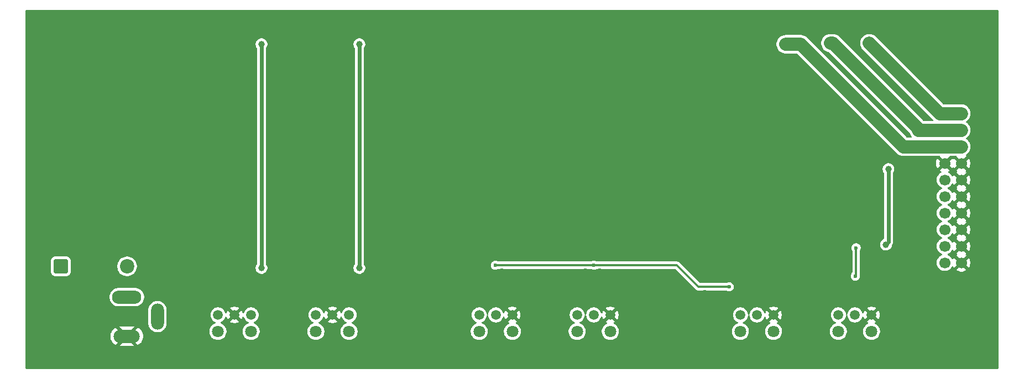
<source format=gbl>
G04 #@! TF.GenerationSoftware,KiCad,Pcbnew,9.0.5*
G04 #@! TF.CreationDate,2025-10-23T02:30:17+02:00*
G04 #@! TF.ProjectId,supply-board,73757070-6c79-42d6-926f-6172642e6b69,1.0a*
G04 #@! TF.SameCoordinates,Original*
G04 #@! TF.FileFunction,Copper,L2,Bot*
G04 #@! TF.FilePolarity,Positive*
%FSLAX46Y46*%
G04 Gerber Fmt 4.6, Leading zero omitted, Abs format (unit mm)*
G04 Created by KiCad (PCBNEW 9.0.5) date 2025-10-23 02:30:17*
%MOMM*%
%LPD*%
G01*
G04 APERTURE LIST*
G04 Aperture macros list*
%AMRoundRect*
0 Rectangle with rounded corners*
0 $1 Rounding radius*
0 $2 $3 $4 $5 $6 $7 $8 $9 X,Y pos of 4 corners*
0 Add a 4 corners polygon primitive as box body*
4,1,4,$2,$3,$4,$5,$6,$7,$8,$9,$2,$3,0*
0 Add four circle primitives for the rounded corners*
1,1,$1+$1,$2,$3*
1,1,$1+$1,$4,$5*
1,1,$1+$1,$6,$7*
1,1,$1+$1,$8,$9*
0 Add four rect primitives between the rounded corners*
20,1,$1+$1,$2,$3,$4,$5,0*
20,1,$1+$1,$4,$5,$6,$7,0*
20,1,$1+$1,$6,$7,$8,$9,0*
20,1,$1+$1,$8,$9,$2,$3,0*%
G04 Aperture macros list end*
G04 #@! TA.AperFunction,ComponentPad*
%ADD10C,6.400000*%
G04 #@! TD*
G04 #@! TA.AperFunction,ComponentPad*
%ADD11C,1.500000*%
G04 #@! TD*
G04 #@! TA.AperFunction,ComponentPad*
%ADD12C,1.800000*%
G04 #@! TD*
G04 #@! TA.AperFunction,ComponentPad*
%ADD13RoundRect,1.000000X1.250000X0.000010X-1.250000X0.000010X-1.250000X-0.000010X1.250000X-0.000010X0*%
G04 #@! TD*
G04 #@! TA.AperFunction,ComponentPad*
%ADD14RoundRect,1.000000X1.000000X0.000010X-1.000000X0.000010X-1.000000X-0.000010X1.000000X-0.000010X0*%
G04 #@! TD*
G04 #@! TA.AperFunction,ComponentPad*
%ADD15RoundRect,1.000000X0.000010X1.000000X-0.000010X1.000000X-0.000010X-1.000000X0.000010X-1.000000X0*%
G04 #@! TD*
G04 #@! TA.AperFunction,ComponentPad*
%ADD16RoundRect,0.250000X-0.600000X-0.600000X0.600000X-0.600000X0.600000X0.600000X-0.600000X0.600000X0*%
G04 #@! TD*
G04 #@! TA.AperFunction,ComponentPad*
%ADD17C,1.700000*%
G04 #@! TD*
G04 #@! TA.AperFunction,ComponentPad*
%ADD18RoundRect,0.249999X-0.850001X-0.850001X0.850001X-0.850001X0.850001X0.850001X-0.850001X0.850001X0*%
G04 #@! TD*
G04 #@! TA.AperFunction,ComponentPad*
%ADD19C,2.200000*%
G04 #@! TD*
G04 #@! TA.AperFunction,ViaPad*
%ADD20C,0.600000*%
G04 #@! TD*
G04 #@! TA.AperFunction,ViaPad*
%ADD21C,0.800000*%
G04 #@! TD*
G04 #@! TA.AperFunction,ViaPad*
%ADD22C,1.000000*%
G04 #@! TD*
G04 #@! TA.AperFunction,Conductor*
%ADD23C,0.600000*%
G04 #@! TD*
G04 #@! TA.AperFunction,Conductor*
%ADD24C,2.000000*%
G04 #@! TD*
G04 #@! TA.AperFunction,Conductor*
%ADD25C,0.350000*%
G04 #@! TD*
G04 APERTURE END LIST*
D10*
X181198000Y-68516400D03*
D11*
X66658000Y-109756400D03*
X69198000Y-109756400D03*
X71738000Y-109756400D03*
D12*
X71738000Y-112276400D03*
X66658000Y-112276400D03*
D10*
X181198000Y-112516400D03*
X43198000Y-112516400D03*
D11*
X121658000Y-109756400D03*
X124198000Y-109756400D03*
X126738000Y-109756400D03*
D12*
X126738000Y-112276400D03*
X121658000Y-112276400D03*
D11*
X161658000Y-109756400D03*
X164198000Y-109756400D03*
X166738000Y-109756400D03*
D12*
X166738000Y-112276400D03*
X161658000Y-112276400D03*
D11*
X106658000Y-109756400D03*
X109198000Y-109756400D03*
X111738000Y-109756400D03*
D12*
X111738000Y-112276400D03*
X106658000Y-112276400D03*
D13*
X52698000Y-107016400D03*
D14*
X52698000Y-113016400D03*
D15*
X57398000Y-110016400D03*
D11*
X146658000Y-109756400D03*
X149198000Y-109756400D03*
X151738000Y-109756400D03*
D12*
X151738000Y-112276400D03*
X146658000Y-112276400D03*
D11*
X81658000Y-109756400D03*
X84198000Y-109756400D03*
X86738000Y-109756400D03*
D12*
X86738000Y-112276400D03*
X81658000Y-112276400D03*
D16*
X177963000Y-78900400D03*
D17*
X180503000Y-78900400D03*
X177963000Y-81440400D03*
X180503000Y-81440400D03*
X177963000Y-83980400D03*
X180503000Y-83980400D03*
X177963000Y-86520400D03*
X180503000Y-86520400D03*
X177963000Y-89060400D03*
X180503000Y-89060400D03*
X177963000Y-91600400D03*
X180503000Y-91600400D03*
X177963000Y-94140400D03*
X180503000Y-94140400D03*
X177963000Y-96680400D03*
X180503000Y-96680400D03*
X177963000Y-99220400D03*
X180503000Y-99220400D03*
X177963000Y-101760400D03*
X180503000Y-101760400D03*
D18*
X42586000Y-102304400D03*
D19*
X52746000Y-102304400D03*
D10*
X43198000Y-68516400D03*
D20*
X164125000Y-81476400D03*
X74712000Y-112047400D03*
X74590000Y-81984400D03*
X63820400Y-81527200D03*
X170470000Y-90711400D03*
X98715000Y-111158400D03*
X62347200Y-107587600D03*
X40909600Y-98951600D03*
X138847000Y-102395400D03*
X85512000Y-99967600D03*
X151348800Y-87420000D03*
X159802000Y-100871400D03*
X42941600Y-104641200D03*
X113045600Y-94227200D03*
X155230000Y-100617400D03*
X170597000Y-88044400D03*
X173645000Y-95156400D03*
X146594000Y-103665400D03*
X89576000Y-66363400D03*
X171359000Y-107221400D03*
X72050000Y-70046400D03*
D21*
X179233000Y-75852400D03*
D20*
X81690000Y-70516400D03*
X152944000Y-106713400D03*
X170851000Y-109634400D03*
X143322400Y-102761600D03*
X72177000Y-91382400D03*
X177074000Y-76233400D03*
X109032400Y-113785200D03*
X156378000Y-112718400D03*
X133767000Y-103030400D03*
X150023000Y-111539400D03*
X68997000Y-113444400D03*
X163358000Y-100744400D03*
X163993000Y-87663400D03*
X52390400Y-82898800D03*
X70140000Y-111285400D03*
X120940000Y-108110400D03*
X170343000Y-92616400D03*
X124877000Y-111539400D03*
X133005000Y-105951400D03*
X89576000Y-70046400D03*
X144562000Y-106459400D03*
X73218400Y-66541200D03*
D22*
X88306000Y-68268400D03*
X153579000Y-68268400D03*
D20*
X157897000Y-103538400D03*
X72177000Y-77666400D03*
X117973200Y-101237600D03*
X72050000Y-71824400D03*
D22*
X88306000Y-102558400D03*
X73320000Y-68268400D03*
X73320000Y-102558400D03*
D20*
X163993000Y-92870400D03*
D22*
X166406000Y-68105400D03*
D20*
X151039000Y-106840400D03*
X90460000Y-99728400D03*
X112558000Y-103411400D03*
X60721600Y-98240400D03*
X164125000Y-83889400D03*
X74590000Y-75507400D03*
X44364000Y-95903600D03*
X96556000Y-108999400D03*
X53203200Y-78682400D03*
X146218000Y-64966400D03*
X87158000Y-90330400D03*
D22*
X76998000Y-109253400D03*
D20*
X156246000Y-109761400D03*
X138090000Y-107943200D03*
X129555600Y-86048400D03*
X168565000Y-110777400D03*
X134483200Y-104387200D03*
X78141000Y-91346400D03*
X87163000Y-74364400D03*
X55413000Y-89717900D03*
X140117000Y-103919400D03*
X172883000Y-77503400D03*
X89449000Y-75126400D03*
X145557600Y-93312800D03*
X102733200Y-64915600D03*
X89449000Y-81857400D03*
X122972000Y-102903400D03*
X172121000Y-82075400D03*
X93538400Y-107130400D03*
X77633000Y-110650400D03*
X50663200Y-81425600D03*
X61382000Y-89502800D03*
X168057000Y-95410400D03*
X176058000Y-86266400D03*
X138690000Y-70516400D03*
X80300000Y-102649400D03*
X163693200Y-94887600D03*
X50409200Y-67760400D03*
X69690000Y-72516400D03*
X110399000Y-100617400D03*
X168946000Y-84107400D03*
X74463000Y-70935400D03*
X99329600Y-87674000D03*
X141260000Y-106205400D03*
X89444000Y-88044400D03*
X67884400Y-65169600D03*
X128433000Y-100998400D03*
X59705600Y-86404000D03*
X74458000Y-107221400D03*
X125131000Y-102903400D03*
X155819200Y-90010800D03*
X105192000Y-106078400D03*
X163794800Y-97580000D03*
X79771600Y-97173600D03*
X150658000Y-108872400D03*
X124018400Y-113124800D03*
X124018400Y-65169600D03*
X62012000Y-70518400D03*
X56657600Y-79342800D03*
X78690000Y-108016400D03*
D22*
X79919000Y-108237400D03*
D20*
X166406000Y-100617400D03*
X89576000Y-70808400D03*
X44872000Y-90671200D03*
X87031000Y-92743400D03*
X171994000Y-97950400D03*
X79919000Y-111412400D03*
X175423000Y-89949400D03*
X54879600Y-85438800D03*
X72431000Y-83635400D03*
X117668400Y-109162400D03*
X124750000Y-100363400D03*
X87163000Y-70046400D03*
X141747600Y-86708800D03*
X89449000Y-74364400D03*
X176312000Y-102903400D03*
X168057000Y-97823400D03*
X152182000Y-103919400D03*
X115606000Y-101125400D03*
X168819000Y-100490400D03*
X167168000Y-102776400D03*
D21*
X172248000Y-86520400D03*
D20*
X96690000Y-70516400D03*
X135545000Y-101252400D03*
X109690000Y-70516400D03*
X44618000Y-98545200D03*
X167930000Y-88044400D03*
X175677000Y-98077400D03*
X105628800Y-86200800D03*
X156754000Y-102141400D03*
X89525200Y-112413600D03*
X87158000Y-88044400D03*
X166660000Y-81567400D03*
X112812000Y-106586400D03*
X91603000Y-102903400D03*
X173650000Y-110026000D03*
X42230400Y-79139600D03*
X51780800Y-90214000D03*
X79665000Y-93378400D03*
X80173000Y-88171400D03*
X150690000Y-70516400D03*
X139563200Y-113226400D03*
X143292000Y-104427400D03*
X46904000Y-107079600D03*
X105273200Y-100120000D03*
X74336000Y-89731400D03*
X87163000Y-66490400D03*
X89449000Y-78682400D03*
X97572000Y-104173400D03*
X153706000Y-110523400D03*
X170470000Y-97696400D03*
X170343000Y-101760400D03*
X110145000Y-102903400D03*
X111415000Y-103665400D03*
X170343000Y-95283400D03*
X168057000Y-92870400D03*
X89444000Y-90330400D03*
X168057000Y-90330400D03*
X53757000Y-87028400D03*
X81189000Y-94521400D03*
X72431000Y-94049400D03*
X51171200Y-76548800D03*
X49139200Y-83711600D03*
X117511000Y-103157400D03*
X87163000Y-78682400D03*
X63109200Y-74415200D03*
X128179000Y-108110400D03*
X87163000Y-75126400D03*
X50256800Y-85489600D03*
X145832000Y-104427400D03*
X113447000Y-100871400D03*
X130719000Y-101125400D03*
X40249200Y-86200800D03*
X82260800Y-115563200D03*
X45786400Y-82644800D03*
X132044800Y-113277200D03*
X100620000Y-108110400D03*
X148880000Y-95664400D03*
X87163000Y-70808400D03*
X89449000Y-83762400D03*
X115352000Y-108110400D03*
X95773600Y-99561200D03*
X56759200Y-72840400D03*
X166025000Y-98331400D03*
X48631200Y-90112400D03*
X121702000Y-101125400D03*
X107732000Y-102268400D03*
X50053600Y-90620400D03*
X165136000Y-112555400D03*
X137323000Y-104046400D03*
X74844000Y-101644000D03*
X127925000Y-103030400D03*
X74463000Y-92398400D03*
X138212000Y-105443400D03*
X157643000Y-95537400D03*
X87163000Y-83762400D03*
X124690000Y-70516400D03*
X89571000Y-92743400D03*
X175377200Y-69436800D03*
X175169000Y-100363400D03*
X170216000Y-99220400D03*
X153071000Y-105189400D03*
D22*
X168946000Y-98966400D03*
X169327000Y-87409400D03*
D20*
X144943000Y-105443400D03*
D22*
X160437000Y-68105400D03*
D20*
X159324400Y-104692000D03*
X67092000Y-70645400D03*
X133640000Y-100871400D03*
X109129000Y-102141400D03*
X164374000Y-99474400D03*
X71897600Y-101694800D03*
X139868000Y-99205600D03*
X123815200Y-92957200D03*
X170470000Y-89949400D03*
X59858000Y-115309200D03*
D22*
X173899000Y-81440400D03*
D20*
X124242000Y-102141400D03*
X75301200Y-114699600D03*
X87163000Y-81857400D03*
X164247000Y-103792400D03*
D23*
X88306000Y-102558400D02*
X88306000Y-68268400D01*
D24*
X171613000Y-83980400D02*
X177963000Y-83980400D01*
X166406000Y-68105400D02*
X177201000Y-78900400D01*
X153579000Y-68268400D02*
X155901000Y-68268400D01*
X177201000Y-78900400D02*
X180503000Y-78900400D01*
X177963000Y-83980400D02*
X180503000Y-83980400D01*
X155901000Y-68268400D02*
X171613000Y-83980400D01*
D23*
X73320000Y-102558400D02*
X73320000Y-68268400D01*
D25*
X169332000Y-87414400D02*
X169327000Y-87409400D01*
X168946000Y-98966400D02*
X169332000Y-98580400D01*
X164374000Y-103665400D02*
X164247000Y-103792400D01*
D24*
X173899000Y-81186400D02*
X173899000Y-81440400D01*
X160437000Y-68105400D02*
X160818000Y-68105400D01*
D25*
X144943000Y-105443400D02*
X140244000Y-105443400D01*
X164374000Y-99474400D02*
X164374000Y-103665400D01*
D24*
X173899000Y-81440400D02*
X177963000Y-81440400D01*
D25*
X140244000Y-105443400D02*
X136942000Y-102141400D01*
D23*
X169332000Y-98580400D02*
X169332000Y-87414400D01*
D25*
X136942000Y-102141400D02*
X124242000Y-102141400D01*
D24*
X160818000Y-68105400D02*
X173899000Y-81186400D01*
X177963000Y-81440400D02*
X180503000Y-81440400D01*
D25*
X124242000Y-102141400D02*
X109129000Y-102141400D01*
G04 #@! TA.AperFunction,Conductor*
G36*
X180037075Y-99413393D02*
G01*
X180102901Y-99527407D01*
X180195993Y-99620499D01*
X180310007Y-99686325D01*
X180373591Y-99703362D01*
X179772971Y-100303981D01*
X179851711Y-100421295D01*
X179852920Y-100425129D01*
X179855844Y-100427891D01*
X179863343Y-100458178D01*
X179872727Y-100487929D01*
X179871671Y-100491808D01*
X179872638Y-100495712D01*
X179862573Y-100525244D01*
X179854383Y-100555347D01*
X179851397Y-100558040D01*
X179850100Y-100561847D01*
X179805051Y-100600883D01*
X179795440Y-100605780D01*
X179741282Y-100645127D01*
X179741282Y-100645128D01*
X180373591Y-101277437D01*
X180310007Y-101294475D01*
X180195993Y-101360301D01*
X180102901Y-101453393D01*
X180037075Y-101567407D01*
X180020037Y-101630991D01*
X179387728Y-100998682D01*
X179387727Y-100998682D01*
X179348380Y-101052840D01*
X179348378Y-101052843D01*
X179287648Y-101172030D01*
X179239673Y-101222826D01*
X179171852Y-101239620D01*
X179105717Y-101217082D01*
X179066679Y-101172028D01*
X179032525Y-101104996D01*
X179015144Y-101081074D01*
X178916828Y-100945754D01*
X178777646Y-100806572D01*
X178698025Y-100748724D01*
X178618403Y-100690874D01*
X178441787Y-100600885D01*
X178390990Y-100552911D01*
X178374195Y-100485090D01*
X178396732Y-100418955D01*
X178441787Y-100379915D01*
X178618403Y-100289925D01*
X178618402Y-100289925D01*
X178618405Y-100289924D01*
X178777646Y-100174228D01*
X178916828Y-100035046D01*
X179032524Y-99875805D01*
X179066679Y-99808770D01*
X179114652Y-99757975D01*
X179182473Y-99741179D01*
X179248608Y-99763716D01*
X179287648Y-99808770D01*
X179348370Y-99927942D01*
X179348373Y-99927947D01*
X179387728Y-99982116D01*
X180020037Y-99349808D01*
X180037075Y-99413393D01*
G37*
G04 #@! TD.AperFunction*
G04 #@! TA.AperFunction,Conductor*
G36*
X180037075Y-96873393D02*
G01*
X180102901Y-96987407D01*
X180195993Y-97080499D01*
X180310007Y-97146325D01*
X180373591Y-97163362D01*
X179772971Y-97763981D01*
X179851711Y-97881295D01*
X179852920Y-97885129D01*
X179855844Y-97887891D01*
X179863343Y-97918178D01*
X179872727Y-97947929D01*
X179871671Y-97951808D01*
X179872638Y-97955712D01*
X179862573Y-97985244D01*
X179854383Y-98015347D01*
X179851397Y-98018040D01*
X179850100Y-98021847D01*
X179805051Y-98060883D01*
X179795440Y-98065780D01*
X179741282Y-98105127D01*
X179741282Y-98105128D01*
X180373591Y-98737437D01*
X180310007Y-98754475D01*
X180195993Y-98820301D01*
X180102901Y-98913393D01*
X180037075Y-99027407D01*
X180020037Y-99090991D01*
X179387728Y-98458682D01*
X179387727Y-98458682D01*
X179348380Y-98512840D01*
X179348378Y-98512843D01*
X179287648Y-98632030D01*
X179239673Y-98682826D01*
X179171852Y-98699620D01*
X179105717Y-98677082D01*
X179066679Y-98632028D01*
X179032525Y-98564996D01*
X179014252Y-98539846D01*
X178916828Y-98405754D01*
X178777646Y-98266572D01*
X178642504Y-98168385D01*
X178618403Y-98150874D01*
X178441787Y-98060885D01*
X178390990Y-98012911D01*
X178374195Y-97945090D01*
X178396732Y-97878955D01*
X178441787Y-97839915D01*
X178618403Y-97749925D01*
X178618402Y-97749925D01*
X178618405Y-97749924D01*
X178777646Y-97634228D01*
X178916828Y-97495046D01*
X179032524Y-97335805D01*
X179066679Y-97268770D01*
X179114652Y-97217975D01*
X179182473Y-97201179D01*
X179248608Y-97223716D01*
X179287648Y-97268770D01*
X179348370Y-97387942D01*
X179348373Y-97387947D01*
X179387728Y-97442116D01*
X180020037Y-96809808D01*
X180037075Y-96873393D01*
G37*
G04 #@! TD.AperFunction*
G04 #@! TA.AperFunction,Conductor*
G36*
X180037075Y-94333393D02*
G01*
X180102901Y-94447407D01*
X180195993Y-94540499D01*
X180310007Y-94606325D01*
X180373591Y-94623362D01*
X179772971Y-95223981D01*
X179851711Y-95341295D01*
X179852920Y-95345129D01*
X179855844Y-95347891D01*
X179863343Y-95378178D01*
X179872727Y-95407929D01*
X179871671Y-95411808D01*
X179872638Y-95415712D01*
X179862573Y-95445244D01*
X179854383Y-95475347D01*
X179851397Y-95478040D01*
X179850100Y-95481847D01*
X179805051Y-95520883D01*
X179795440Y-95525780D01*
X179741282Y-95565127D01*
X179741282Y-95565128D01*
X180373591Y-96197437D01*
X180310007Y-96214475D01*
X180195993Y-96280301D01*
X180102901Y-96373393D01*
X180037075Y-96487407D01*
X180020037Y-96550991D01*
X179387728Y-95918682D01*
X179387727Y-95918682D01*
X179348380Y-95972840D01*
X179348378Y-95972843D01*
X179287648Y-96092030D01*
X179239673Y-96142826D01*
X179171852Y-96159620D01*
X179105717Y-96137082D01*
X179066679Y-96092028D01*
X179032525Y-96024996D01*
X179015144Y-96001074D01*
X178916828Y-95865754D01*
X178777646Y-95726572D01*
X178698025Y-95668724D01*
X178618403Y-95610874D01*
X178441787Y-95520885D01*
X178390990Y-95472911D01*
X178374195Y-95405090D01*
X178396732Y-95338955D01*
X178441787Y-95299915D01*
X178618403Y-95209925D01*
X178618402Y-95209925D01*
X178618405Y-95209924D01*
X178777646Y-95094228D01*
X178916828Y-94955046D01*
X179032524Y-94795805D01*
X179066679Y-94728770D01*
X179114652Y-94677975D01*
X179182473Y-94661179D01*
X179248608Y-94683716D01*
X179287648Y-94728770D01*
X179348370Y-94847942D01*
X179348373Y-94847947D01*
X179387728Y-94902116D01*
X180020037Y-94269808D01*
X180037075Y-94333393D01*
G37*
G04 #@! TD.AperFunction*
G04 #@! TA.AperFunction,Conductor*
G36*
X180037075Y-91793393D02*
G01*
X180102901Y-91907407D01*
X180195993Y-92000499D01*
X180310007Y-92066325D01*
X180373591Y-92083362D01*
X179772971Y-92683981D01*
X179851711Y-92801295D01*
X179852920Y-92805129D01*
X179855844Y-92807891D01*
X179863343Y-92838178D01*
X179872727Y-92867929D01*
X179871671Y-92871808D01*
X179872638Y-92875712D01*
X179862573Y-92905244D01*
X179854383Y-92935347D01*
X179851397Y-92938040D01*
X179850100Y-92941847D01*
X179805051Y-92980883D01*
X179795440Y-92985780D01*
X179741282Y-93025127D01*
X179741282Y-93025128D01*
X180373591Y-93657437D01*
X180310007Y-93674475D01*
X180195993Y-93740301D01*
X180102901Y-93833393D01*
X180037075Y-93947407D01*
X180020037Y-94010991D01*
X179387728Y-93378682D01*
X179387727Y-93378682D01*
X179348380Y-93432840D01*
X179348378Y-93432843D01*
X179287648Y-93552030D01*
X179239673Y-93602826D01*
X179171852Y-93619620D01*
X179105717Y-93597082D01*
X179066679Y-93552028D01*
X179032525Y-93484996D01*
X179015144Y-93461074D01*
X178916828Y-93325754D01*
X178777646Y-93186572D01*
X178698025Y-93128724D01*
X178618403Y-93070874D01*
X178441787Y-92980885D01*
X178390990Y-92932911D01*
X178374195Y-92865090D01*
X178396732Y-92798955D01*
X178441787Y-92759915D01*
X178618403Y-92669925D01*
X178618402Y-92669925D01*
X178618405Y-92669924D01*
X178777646Y-92554228D01*
X178916828Y-92415046D01*
X179032524Y-92255805D01*
X179066679Y-92188770D01*
X179114652Y-92137975D01*
X179182473Y-92121179D01*
X179248608Y-92143716D01*
X179287648Y-92188770D01*
X179348370Y-92307942D01*
X179348373Y-92307947D01*
X179387728Y-92362116D01*
X180020037Y-91729808D01*
X180037075Y-91793393D01*
G37*
G04 #@! TD.AperFunction*
G04 #@! TA.AperFunction,Conductor*
G36*
X180037075Y-89253393D02*
G01*
X180102901Y-89367407D01*
X180195993Y-89460499D01*
X180310007Y-89526325D01*
X180373591Y-89543362D01*
X179772971Y-90143981D01*
X179851711Y-90261295D01*
X179852920Y-90265129D01*
X179855844Y-90267891D01*
X179863343Y-90298178D01*
X179872727Y-90327929D01*
X179871671Y-90331808D01*
X179872638Y-90335712D01*
X179862573Y-90365244D01*
X179854383Y-90395347D01*
X179851397Y-90398040D01*
X179850100Y-90401847D01*
X179805051Y-90440883D01*
X179795440Y-90445780D01*
X179741282Y-90485127D01*
X179741282Y-90485128D01*
X180373591Y-91117437D01*
X180310007Y-91134475D01*
X180195993Y-91200301D01*
X180102901Y-91293393D01*
X180037075Y-91407407D01*
X180020037Y-91470991D01*
X179387728Y-90838682D01*
X179387727Y-90838682D01*
X179348380Y-90892840D01*
X179348378Y-90892843D01*
X179287648Y-91012030D01*
X179239673Y-91062826D01*
X179171852Y-91079620D01*
X179105717Y-91057082D01*
X179066679Y-91012028D01*
X179032525Y-90944996D01*
X179015144Y-90921074D01*
X178916828Y-90785754D01*
X178777646Y-90646572D01*
X178698025Y-90588724D01*
X178618403Y-90530874D01*
X178441787Y-90440885D01*
X178390990Y-90392911D01*
X178374195Y-90325090D01*
X178396732Y-90258955D01*
X178441787Y-90219915D01*
X178618403Y-90129925D01*
X178618402Y-90129925D01*
X178618405Y-90129924D01*
X178777646Y-90014228D01*
X178916828Y-89875046D01*
X179032524Y-89715805D01*
X179066679Y-89648770D01*
X179114652Y-89597975D01*
X179182473Y-89581179D01*
X179248608Y-89603716D01*
X179287648Y-89648770D01*
X179348370Y-89767942D01*
X179348373Y-89767947D01*
X179387728Y-89822116D01*
X180020037Y-89189808D01*
X180037075Y-89253393D01*
G37*
G04 #@! TD.AperFunction*
G04 #@! TA.AperFunction,Conductor*
G36*
X180037075Y-86713393D02*
G01*
X180102901Y-86827407D01*
X180195993Y-86920499D01*
X180310007Y-86986325D01*
X180373591Y-87003362D01*
X179772971Y-87603981D01*
X179851711Y-87721295D01*
X179852920Y-87725129D01*
X179855844Y-87727891D01*
X179863343Y-87758178D01*
X179872727Y-87787929D01*
X179871671Y-87791808D01*
X179872638Y-87795712D01*
X179862573Y-87825244D01*
X179854383Y-87855347D01*
X179851397Y-87858040D01*
X179850100Y-87861847D01*
X179805051Y-87900883D01*
X179795440Y-87905780D01*
X179741282Y-87945127D01*
X179741282Y-87945128D01*
X180373591Y-88577437D01*
X180310007Y-88594475D01*
X180195993Y-88660301D01*
X180102901Y-88753393D01*
X180037075Y-88867407D01*
X180020037Y-88930991D01*
X179387728Y-88298682D01*
X179387727Y-88298682D01*
X179348380Y-88352840D01*
X179348378Y-88352843D01*
X179287648Y-88472030D01*
X179239673Y-88522826D01*
X179171852Y-88539620D01*
X179105717Y-88517082D01*
X179066679Y-88472028D01*
X179032525Y-88404996D01*
X179015144Y-88381074D01*
X178916828Y-88245754D01*
X178777646Y-88106572D01*
X178618405Y-87990876D01*
X178586071Y-87974401D01*
X178551370Y-87956720D01*
X178500574Y-87908745D01*
X178483779Y-87840924D01*
X178506316Y-87774789D01*
X178551370Y-87735750D01*
X178670554Y-87675022D01*
X178724716Y-87635670D01*
X178724717Y-87635670D01*
X178092408Y-87003362D01*
X178155993Y-86986325D01*
X178270007Y-86920499D01*
X178363099Y-86827407D01*
X178428925Y-86713393D01*
X178445962Y-86649808D01*
X179078270Y-87282117D01*
X179078270Y-87282116D01*
X179117622Y-87227954D01*
X179122514Y-87218354D01*
X179170488Y-87167557D01*
X179238308Y-87150761D01*
X179304444Y-87173297D01*
X179343486Y-87218354D01*
X179348375Y-87227950D01*
X179387728Y-87282116D01*
X180020037Y-86649808D01*
X180037075Y-86713393D01*
G37*
G04 #@! TD.AperFunction*
G04 #@! TA.AperFunction,Conductor*
G36*
X179732730Y-85400585D02*
G01*
X179753372Y-85417219D01*
X180373591Y-86037437D01*
X180310007Y-86054475D01*
X180195993Y-86120301D01*
X180102901Y-86213393D01*
X180037075Y-86327407D01*
X180020037Y-86390991D01*
X179387728Y-85758682D01*
X179387727Y-85758682D01*
X179348380Y-85812840D01*
X179343483Y-85822451D01*
X179295506Y-85873245D01*
X179227684Y-85890038D01*
X179161550Y-85867498D01*
X179122516Y-85822448D01*
X179117626Y-85812852D01*
X179078270Y-85758682D01*
X179078269Y-85758682D01*
X178445962Y-86390990D01*
X178428925Y-86327407D01*
X178363099Y-86213393D01*
X178270007Y-86120301D01*
X178155993Y-86054475D01*
X178092409Y-86037437D01*
X178712626Y-85417219D01*
X178773949Y-85383734D01*
X178800307Y-85380900D01*
X179665691Y-85380900D01*
X179732730Y-85400585D01*
G37*
G04 #@! TD.AperFunction*
G04 #@! TA.AperFunction,Conductor*
G36*
X186132539Y-63036585D02*
G01*
X186178294Y-63089389D01*
X186189500Y-63140900D01*
X186189500Y-117891900D01*
X186169815Y-117958939D01*
X186117011Y-118004694D01*
X186065500Y-118015900D01*
X37314500Y-118015900D01*
X37247461Y-117996215D01*
X37201706Y-117943411D01*
X37190500Y-117891900D01*
X37190500Y-112933589D01*
X50198000Y-112933589D01*
X50198000Y-113099210D01*
X50204417Y-113202573D01*
X50204418Y-113202576D01*
X50255432Y-113445872D01*
X50255435Y-113445882D01*
X50345793Y-113677449D01*
X50473046Y-113891008D01*
X50633703Y-114080694D01*
X50633705Y-114080696D01*
X50823391Y-114241352D01*
X51008934Y-114351912D01*
X51844447Y-113516400D01*
X52551552Y-113516400D01*
X51555271Y-114512678D01*
X51615191Y-114516399D01*
X51615206Y-114516400D01*
X53780794Y-114516400D01*
X53780808Y-114516399D01*
X53840727Y-114512678D01*
X52844448Y-113516400D01*
X53551552Y-113516400D01*
X54387064Y-114351912D01*
X54572611Y-114241350D01*
X54762294Y-114080696D01*
X54762296Y-114080694D01*
X54922953Y-113891008D01*
X55050206Y-113677449D01*
X55140564Y-113445882D01*
X55140567Y-113445872D01*
X55191581Y-113202576D01*
X55191582Y-113202573D01*
X55197999Y-113099210D01*
X55198000Y-113099193D01*
X55198000Y-112933606D01*
X55197999Y-112933589D01*
X55191582Y-112830226D01*
X55191581Y-112830223D01*
X55140567Y-112586927D01*
X55140564Y-112586917D01*
X55050206Y-112355350D01*
X54922953Y-112141791D01*
X54762296Y-111952105D01*
X54762294Y-111952103D01*
X54572608Y-111791446D01*
X54387065Y-111680886D01*
X54387064Y-111680886D01*
X53551551Y-112516400D01*
X52844449Y-112516400D01*
X53840726Y-111520120D01*
X53840726Y-111520119D01*
X53780812Y-111516400D01*
X51615187Y-111516400D01*
X51555272Y-111520119D01*
X51555272Y-111520120D01*
X52551552Y-112516400D01*
X51844448Y-112516400D01*
X51008934Y-111680886D01*
X51008932Y-111680886D01*
X50823399Y-111791441D01*
X50823391Y-111791446D01*
X50633705Y-111952103D01*
X50633703Y-111952105D01*
X50473046Y-112141791D01*
X50345793Y-112355350D01*
X50255435Y-112586917D01*
X50255432Y-112586927D01*
X50204418Y-112830223D01*
X50204417Y-112830226D01*
X50198000Y-112933589D01*
X37190500Y-112933589D01*
X37190500Y-108921070D01*
X55997500Y-108921070D01*
X55997500Y-111111729D01*
X55997501Y-111111768D01*
X56000345Y-111165301D01*
X56000345Y-111165302D01*
X56023386Y-111284434D01*
X56045613Y-111399362D01*
X56089781Y-111516400D01*
X56129786Y-111622407D01*
X56250444Y-111828020D01*
X56250449Y-111828027D01*
X56404114Y-112010283D01*
X56404116Y-112010285D01*
X56586372Y-112163950D01*
X56586378Y-112163954D01*
X56586379Y-112163955D01*
X56791992Y-112284613D01*
X57015038Y-112368787D01*
X57249101Y-112414055D01*
X57302662Y-112416900D01*
X57302670Y-112416900D01*
X57493330Y-112416900D01*
X57493338Y-112416900D01*
X57546899Y-112414055D01*
X57780962Y-112368787D01*
X58004008Y-112284613D01*
X58192422Y-112174048D01*
X65357500Y-112174048D01*
X65357500Y-112378751D01*
X65389522Y-112580934D01*
X65452781Y-112775623D01*
X65516691Y-112901053D01*
X65541924Y-112950574D01*
X65545715Y-112958013D01*
X65666028Y-113123613D01*
X65810786Y-113268371D01*
X65950603Y-113369952D01*
X65976390Y-113388687D01*
X66088622Y-113445872D01*
X66158776Y-113481618D01*
X66158778Y-113481618D01*
X66158781Y-113481620D01*
X66263137Y-113515527D01*
X66353465Y-113544877D01*
X66454557Y-113560888D01*
X66555648Y-113576900D01*
X66555649Y-113576900D01*
X66760351Y-113576900D01*
X66760352Y-113576900D01*
X66962534Y-113544877D01*
X67157219Y-113481620D01*
X67339610Y-113388687D01*
X67432590Y-113321132D01*
X67505213Y-113268371D01*
X67505215Y-113268368D01*
X67505219Y-113268366D01*
X67649966Y-113123619D01*
X67649968Y-113123615D01*
X67649971Y-113123613D01*
X67702732Y-113050990D01*
X67770287Y-112958010D01*
X67863220Y-112775619D01*
X67926477Y-112580934D01*
X67958500Y-112378752D01*
X67958500Y-112174048D01*
X67926477Y-111971866D01*
X67920056Y-111952105D01*
X67879739Y-111828021D01*
X67863220Y-111777181D01*
X67863218Y-111777178D01*
X67863218Y-111777176D01*
X67814155Y-111680886D01*
X67770287Y-111594790D01*
X67713334Y-111516400D01*
X67649971Y-111429186D01*
X67505213Y-111284428D01*
X67339613Y-111164115D01*
X67339612Y-111164114D01*
X67339610Y-111164113D01*
X67255238Y-111121123D01*
X67157224Y-111071182D01*
X67157221Y-111071181D01*
X67157219Y-111071180D01*
X67108316Y-111055290D01*
X67050642Y-111015852D01*
X67023445Y-110951493D01*
X67035360Y-110882647D01*
X67082605Y-110831172D01*
X67099201Y-110822792D01*
X67099628Y-110822614D01*
X67099639Y-110822611D01*
X67260994Y-110740396D01*
X67317990Y-110698986D01*
X67381973Y-110652501D01*
X67407495Y-110633958D01*
X67407497Y-110633955D01*
X67407501Y-110633953D01*
X67535553Y-110505901D01*
X67641996Y-110359394D01*
X67724211Y-110198039D01*
X67746597Y-110129141D01*
X67757759Y-110094788D01*
X67797196Y-110037112D01*
X67861554Y-110009913D01*
X67930401Y-110021827D01*
X67981877Y-110069071D01*
X67993621Y-110094786D01*
X68039581Y-110236237D01*
X68128905Y-110411545D01*
X68154319Y-110446525D01*
X68154320Y-110446525D01*
X68798000Y-109802845D01*
X68798000Y-109809061D01*
X68825259Y-109910794D01*
X68877920Y-110002006D01*
X68952394Y-110076480D01*
X69043606Y-110129141D01*
X69145339Y-110156400D01*
X69151553Y-110156400D01*
X68507873Y-110800077D01*
X68507873Y-110800078D01*
X68542858Y-110825496D01*
X68718164Y-110914818D01*
X68905294Y-110975621D01*
X69099618Y-111006400D01*
X69296382Y-111006400D01*
X69490705Y-110975621D01*
X69677835Y-110914818D01*
X69853143Y-110825495D01*
X69888125Y-110800078D01*
X69888126Y-110800078D01*
X69244448Y-110156400D01*
X69250661Y-110156400D01*
X69352394Y-110129141D01*
X69443606Y-110076480D01*
X69518080Y-110002006D01*
X69570741Y-109910794D01*
X69598000Y-109809061D01*
X69598000Y-109802848D01*
X70241678Y-110446526D01*
X70241678Y-110446525D01*
X70267095Y-110411543D01*
X70356418Y-110236235D01*
X70402378Y-110094787D01*
X70441815Y-110037112D01*
X70506174Y-110009913D01*
X70575020Y-110021828D01*
X70626496Y-110069072D01*
X70638240Y-110094787D01*
X70671787Y-110198036D01*
X70671788Y-110198039D01*
X70754006Y-110359397D01*
X70860441Y-110505894D01*
X70860445Y-110505899D01*
X70988500Y-110633954D01*
X70988505Y-110633958D01*
X71014028Y-110652501D01*
X71135006Y-110740396D01*
X71296361Y-110822611D01*
X71296371Y-110822614D01*
X71296806Y-110822795D01*
X71296950Y-110822911D01*
X71300702Y-110824823D01*
X71300300Y-110825610D01*
X71351213Y-110866632D01*
X71373283Y-110932925D01*
X71356008Y-111000626D01*
X71304875Y-111048240D01*
X71287682Y-111055290D01*
X71238780Y-111071179D01*
X71056386Y-111164115D01*
X70890786Y-111284428D01*
X70746028Y-111429186D01*
X70625715Y-111594786D01*
X70532781Y-111777176D01*
X70469522Y-111971865D01*
X70437500Y-112174048D01*
X70437500Y-112378751D01*
X70469522Y-112580934D01*
X70532781Y-112775623D01*
X70596691Y-112901053D01*
X70621924Y-112950574D01*
X70625715Y-112958013D01*
X70746028Y-113123613D01*
X70890786Y-113268371D01*
X71030603Y-113369952D01*
X71056390Y-113388687D01*
X71168622Y-113445872D01*
X71238776Y-113481618D01*
X71238778Y-113481618D01*
X71238781Y-113481620D01*
X71343137Y-113515527D01*
X71433465Y-113544877D01*
X71534557Y-113560888D01*
X71635648Y-113576900D01*
X71635649Y-113576900D01*
X71840351Y-113576900D01*
X71840352Y-113576900D01*
X72042534Y-113544877D01*
X72237219Y-113481620D01*
X72419610Y-113388687D01*
X72512590Y-113321132D01*
X72585213Y-113268371D01*
X72585215Y-113268368D01*
X72585219Y-113268366D01*
X72729966Y-113123619D01*
X72729968Y-113123615D01*
X72729971Y-113123613D01*
X72782732Y-113050990D01*
X72850287Y-112958010D01*
X72943220Y-112775619D01*
X73006477Y-112580934D01*
X73038500Y-112378752D01*
X73038500Y-112174048D01*
X80357500Y-112174048D01*
X80357500Y-112378751D01*
X80389522Y-112580934D01*
X80452781Y-112775623D01*
X80516691Y-112901053D01*
X80541924Y-112950574D01*
X80545715Y-112958013D01*
X80666028Y-113123613D01*
X80810786Y-113268371D01*
X80950603Y-113369952D01*
X80976390Y-113388687D01*
X81088622Y-113445872D01*
X81158776Y-113481618D01*
X81158778Y-113481618D01*
X81158781Y-113481620D01*
X81263137Y-113515527D01*
X81353465Y-113544877D01*
X81454557Y-113560888D01*
X81555648Y-113576900D01*
X81555649Y-113576900D01*
X81760351Y-113576900D01*
X81760352Y-113576900D01*
X81962534Y-113544877D01*
X82157219Y-113481620D01*
X82339610Y-113388687D01*
X82432590Y-113321132D01*
X82505213Y-113268371D01*
X82505215Y-113268368D01*
X82505219Y-113268366D01*
X82649966Y-113123619D01*
X82649968Y-113123615D01*
X82649971Y-113123613D01*
X82702732Y-113050990D01*
X82770287Y-112958010D01*
X82863220Y-112775619D01*
X82926477Y-112580934D01*
X82958500Y-112378752D01*
X82958500Y-112174048D01*
X82926477Y-111971866D01*
X82920056Y-111952105D01*
X82879739Y-111828021D01*
X82863220Y-111777181D01*
X82863218Y-111777178D01*
X82863218Y-111777176D01*
X82814155Y-111680886D01*
X82770287Y-111594790D01*
X82713334Y-111516400D01*
X82649971Y-111429186D01*
X82505213Y-111284428D01*
X82339613Y-111164115D01*
X82339612Y-111164114D01*
X82339610Y-111164113D01*
X82255238Y-111121123D01*
X82157224Y-111071182D01*
X82157221Y-111071181D01*
X82157219Y-111071180D01*
X82108316Y-111055290D01*
X82050642Y-111015852D01*
X82023445Y-110951493D01*
X82035360Y-110882647D01*
X82082605Y-110831172D01*
X82099201Y-110822792D01*
X82099628Y-110822614D01*
X82099639Y-110822611D01*
X82260994Y-110740396D01*
X82317990Y-110698986D01*
X82381973Y-110652501D01*
X82407495Y-110633958D01*
X82407497Y-110633955D01*
X82407501Y-110633953D01*
X82535553Y-110505901D01*
X82641996Y-110359394D01*
X82724211Y-110198039D01*
X82746597Y-110129141D01*
X82757759Y-110094788D01*
X82797196Y-110037112D01*
X82861554Y-110009913D01*
X82930401Y-110021827D01*
X82981877Y-110069071D01*
X82993621Y-110094786D01*
X83039581Y-110236237D01*
X83128905Y-110411545D01*
X83154319Y-110446525D01*
X83154320Y-110446525D01*
X83798000Y-109802845D01*
X83798000Y-109809061D01*
X83825259Y-109910794D01*
X83877920Y-110002006D01*
X83952394Y-110076480D01*
X84043606Y-110129141D01*
X84145339Y-110156400D01*
X84151553Y-110156400D01*
X83507873Y-110800077D01*
X83507873Y-110800078D01*
X83542858Y-110825496D01*
X83718164Y-110914818D01*
X83905294Y-110975621D01*
X84099618Y-111006400D01*
X84296382Y-111006400D01*
X84490705Y-110975621D01*
X84677835Y-110914818D01*
X84853143Y-110825495D01*
X84888125Y-110800078D01*
X84888126Y-110800078D01*
X84244448Y-110156400D01*
X84250661Y-110156400D01*
X84352394Y-110129141D01*
X84443606Y-110076480D01*
X84518080Y-110002006D01*
X84570741Y-109910794D01*
X84598000Y-109809061D01*
X84598000Y-109802847D01*
X85241678Y-110446526D01*
X85241678Y-110446525D01*
X85267095Y-110411543D01*
X85356418Y-110236235D01*
X85402378Y-110094787D01*
X85441815Y-110037112D01*
X85506174Y-110009913D01*
X85575020Y-110021828D01*
X85626496Y-110069072D01*
X85638240Y-110094787D01*
X85671787Y-110198036D01*
X85671788Y-110198039D01*
X85754006Y-110359397D01*
X85860441Y-110505894D01*
X85860445Y-110505899D01*
X85988500Y-110633954D01*
X85988505Y-110633958D01*
X86014028Y-110652501D01*
X86135006Y-110740396D01*
X86296361Y-110822611D01*
X86296371Y-110822614D01*
X86296806Y-110822795D01*
X86296950Y-110822911D01*
X86300702Y-110824823D01*
X86300300Y-110825610D01*
X86351213Y-110866632D01*
X86373283Y-110932925D01*
X86356008Y-111000626D01*
X86304875Y-111048240D01*
X86287682Y-111055290D01*
X86238780Y-111071179D01*
X86056386Y-111164115D01*
X85890786Y-111284428D01*
X85746028Y-111429186D01*
X85625715Y-111594786D01*
X85532781Y-111777176D01*
X85469522Y-111971865D01*
X85437500Y-112174048D01*
X85437500Y-112378751D01*
X85469522Y-112580934D01*
X85532781Y-112775623D01*
X85596691Y-112901053D01*
X85621924Y-112950574D01*
X85625715Y-112958013D01*
X85746028Y-113123613D01*
X85890786Y-113268371D01*
X86030603Y-113369952D01*
X86056390Y-113388687D01*
X86168622Y-113445872D01*
X86238776Y-113481618D01*
X86238778Y-113481618D01*
X86238781Y-113481620D01*
X86343137Y-113515527D01*
X86433465Y-113544877D01*
X86534557Y-113560888D01*
X86635648Y-113576900D01*
X86635649Y-113576900D01*
X86840351Y-113576900D01*
X86840352Y-113576900D01*
X87042534Y-113544877D01*
X87237219Y-113481620D01*
X87419610Y-113388687D01*
X87512590Y-113321132D01*
X87585213Y-113268371D01*
X87585215Y-113268368D01*
X87585219Y-113268366D01*
X87729966Y-113123619D01*
X87729968Y-113123615D01*
X87729971Y-113123613D01*
X87782732Y-113050990D01*
X87850287Y-112958010D01*
X87943220Y-112775619D01*
X88006477Y-112580934D01*
X88038500Y-112378752D01*
X88038500Y-112174048D01*
X105357500Y-112174048D01*
X105357500Y-112378751D01*
X105389522Y-112580934D01*
X105452781Y-112775623D01*
X105516691Y-112901053D01*
X105541924Y-112950574D01*
X105545715Y-112958013D01*
X105666028Y-113123613D01*
X105810786Y-113268371D01*
X105950603Y-113369952D01*
X105976390Y-113388687D01*
X106088622Y-113445872D01*
X106158776Y-113481618D01*
X106158778Y-113481618D01*
X106158781Y-113481620D01*
X106263137Y-113515527D01*
X106353465Y-113544877D01*
X106454557Y-113560888D01*
X106555648Y-113576900D01*
X106555649Y-113576900D01*
X106760351Y-113576900D01*
X106760352Y-113576900D01*
X106962534Y-113544877D01*
X107157219Y-113481620D01*
X107339610Y-113388687D01*
X107432590Y-113321132D01*
X107505213Y-113268371D01*
X107505215Y-113268368D01*
X107505219Y-113268366D01*
X107649966Y-113123619D01*
X107649968Y-113123615D01*
X107649971Y-113123613D01*
X107702732Y-113050990D01*
X107770287Y-112958010D01*
X107863220Y-112775619D01*
X107926477Y-112580934D01*
X107958500Y-112378752D01*
X107958500Y-112174048D01*
X107926477Y-111971866D01*
X107920056Y-111952105D01*
X107879739Y-111828021D01*
X107863220Y-111777181D01*
X107863218Y-111777178D01*
X107863218Y-111777176D01*
X107814155Y-111680886D01*
X107770287Y-111594790D01*
X107713334Y-111516400D01*
X107649971Y-111429186D01*
X107505213Y-111284428D01*
X107339613Y-111164115D01*
X107339612Y-111164114D01*
X107339610Y-111164113D01*
X107255238Y-111121123D01*
X107157224Y-111071182D01*
X107157221Y-111071181D01*
X107157219Y-111071180D01*
X107108316Y-111055290D01*
X107050642Y-111015852D01*
X107023445Y-110951493D01*
X107035360Y-110882647D01*
X107082605Y-110831172D01*
X107099201Y-110822792D01*
X107099628Y-110822614D01*
X107099639Y-110822611D01*
X107260994Y-110740396D01*
X107407501Y-110633953D01*
X107535553Y-110505901D01*
X107641996Y-110359394D01*
X107724211Y-110198039D01*
X107780171Y-110025809D01*
X107798388Y-109910794D01*
X107805527Y-109865721D01*
X107835456Y-109802586D01*
X107894768Y-109765655D01*
X107964630Y-109766653D01*
X108022863Y-109805263D01*
X108050473Y-109865721D01*
X108075829Y-110025810D01*
X108131787Y-110198036D01*
X108131788Y-110198039D01*
X108214006Y-110359397D01*
X108320441Y-110505894D01*
X108320445Y-110505899D01*
X108448500Y-110633954D01*
X108448505Y-110633958D01*
X108474028Y-110652501D01*
X108595006Y-110740396D01*
X108700484Y-110794140D01*
X108756360Y-110822611D01*
X108756363Y-110822612D01*
X108782709Y-110831172D01*
X108928591Y-110878571D01*
X109011429Y-110891691D01*
X109107449Y-110906900D01*
X109107454Y-110906900D01*
X109288551Y-110906900D01*
X109375259Y-110893165D01*
X109467409Y-110878571D01*
X109639639Y-110822611D01*
X109800994Y-110740396D01*
X109947501Y-110633953D01*
X110075553Y-110505901D01*
X110181996Y-110359394D01*
X110264211Y-110198039D01*
X110286597Y-110129141D01*
X110297759Y-110094788D01*
X110337196Y-110037112D01*
X110401554Y-110009913D01*
X110470401Y-110021827D01*
X110521877Y-110069071D01*
X110533621Y-110094786D01*
X110579581Y-110236237D01*
X110668905Y-110411545D01*
X110694319Y-110446525D01*
X110694320Y-110446525D01*
X111338000Y-109802845D01*
X111338000Y-109809061D01*
X111365259Y-109910794D01*
X111417920Y-110002006D01*
X111492394Y-110076480D01*
X111583606Y-110129141D01*
X111685339Y-110156400D01*
X111691553Y-110156400D01*
X111047873Y-110800077D01*
X111047873Y-110800078D01*
X111082858Y-110825496D01*
X111185071Y-110877576D01*
X111235867Y-110925551D01*
X111252662Y-110993372D01*
X111230125Y-111059506D01*
X111185071Y-111098546D01*
X111056386Y-111164115D01*
X110890786Y-111284428D01*
X110746028Y-111429186D01*
X110625715Y-111594786D01*
X110532781Y-111777176D01*
X110469522Y-111971865D01*
X110437500Y-112174048D01*
X110437500Y-112378751D01*
X110469522Y-112580934D01*
X110532781Y-112775623D01*
X110596691Y-112901053D01*
X110621924Y-112950574D01*
X110625715Y-112958013D01*
X110746028Y-113123613D01*
X110890786Y-113268371D01*
X111030603Y-113369952D01*
X111056390Y-113388687D01*
X111168622Y-113445872D01*
X111238776Y-113481618D01*
X111238778Y-113481618D01*
X111238781Y-113481620D01*
X111343137Y-113515527D01*
X111433465Y-113544877D01*
X111534557Y-113560888D01*
X111635648Y-113576900D01*
X111635649Y-113576900D01*
X111840351Y-113576900D01*
X111840352Y-113576900D01*
X112042534Y-113544877D01*
X112237219Y-113481620D01*
X112419610Y-113388687D01*
X112512590Y-113321132D01*
X112585213Y-113268371D01*
X112585215Y-113268368D01*
X112585219Y-113268366D01*
X112729966Y-113123619D01*
X112729968Y-113123615D01*
X112729971Y-113123613D01*
X112782732Y-113050990D01*
X112850287Y-112958010D01*
X112943220Y-112775619D01*
X113006477Y-112580934D01*
X113038500Y-112378752D01*
X113038500Y-112174048D01*
X120357500Y-112174048D01*
X120357500Y-112378751D01*
X120389522Y-112580934D01*
X120452781Y-112775623D01*
X120516691Y-112901053D01*
X120541924Y-112950574D01*
X120545715Y-112958013D01*
X120666028Y-113123613D01*
X120810786Y-113268371D01*
X120950603Y-113369952D01*
X120976390Y-113388687D01*
X121088622Y-113445872D01*
X121158776Y-113481618D01*
X121158778Y-113481618D01*
X121158781Y-113481620D01*
X121263137Y-113515527D01*
X121353465Y-113544877D01*
X121454557Y-113560888D01*
X121555648Y-113576900D01*
X121555649Y-113576900D01*
X121760351Y-113576900D01*
X121760352Y-113576900D01*
X121962534Y-113544877D01*
X122157219Y-113481620D01*
X122339610Y-113388687D01*
X122432590Y-113321132D01*
X122505213Y-113268371D01*
X122505215Y-113268368D01*
X122505219Y-113268366D01*
X122649966Y-113123619D01*
X122649968Y-113123615D01*
X122649971Y-113123613D01*
X122702732Y-113050990D01*
X122770287Y-112958010D01*
X122863220Y-112775619D01*
X122926477Y-112580934D01*
X122958500Y-112378752D01*
X122958500Y-112174048D01*
X122926477Y-111971866D01*
X122920056Y-111952105D01*
X122879739Y-111828021D01*
X122863220Y-111777181D01*
X122863218Y-111777178D01*
X122863218Y-111777176D01*
X122814155Y-111680886D01*
X122770287Y-111594790D01*
X122713334Y-111516400D01*
X122649971Y-111429186D01*
X122505213Y-111284428D01*
X122339613Y-111164115D01*
X122339612Y-111164114D01*
X122339610Y-111164113D01*
X122255238Y-111121123D01*
X122157224Y-111071182D01*
X122157221Y-111071181D01*
X122157219Y-111071180D01*
X122108316Y-111055290D01*
X122050642Y-111015852D01*
X122023445Y-110951493D01*
X122035360Y-110882647D01*
X122082605Y-110831172D01*
X122099201Y-110822792D01*
X122099628Y-110822614D01*
X122099639Y-110822611D01*
X122260994Y-110740396D01*
X122407501Y-110633953D01*
X122535553Y-110505901D01*
X122641996Y-110359394D01*
X122724211Y-110198039D01*
X122780171Y-110025809D01*
X122798388Y-109910794D01*
X122805527Y-109865721D01*
X122835456Y-109802586D01*
X122894768Y-109765655D01*
X122964630Y-109766653D01*
X123022863Y-109805263D01*
X123050473Y-109865721D01*
X123075829Y-110025810D01*
X123131787Y-110198036D01*
X123131788Y-110198039D01*
X123214006Y-110359397D01*
X123320441Y-110505894D01*
X123320445Y-110505899D01*
X123448500Y-110633954D01*
X123448505Y-110633958D01*
X123474028Y-110652501D01*
X123595006Y-110740396D01*
X123700484Y-110794140D01*
X123756360Y-110822611D01*
X123756363Y-110822612D01*
X123782709Y-110831172D01*
X123928591Y-110878571D01*
X124011429Y-110891691D01*
X124107449Y-110906900D01*
X124107454Y-110906900D01*
X124288551Y-110906900D01*
X124375259Y-110893165D01*
X124467409Y-110878571D01*
X124639639Y-110822611D01*
X124800994Y-110740396D01*
X124947501Y-110633953D01*
X125075553Y-110505901D01*
X125181996Y-110359394D01*
X125264211Y-110198039D01*
X125286597Y-110129141D01*
X125297759Y-110094788D01*
X125337196Y-110037112D01*
X125401554Y-110009913D01*
X125470401Y-110021827D01*
X125521877Y-110069071D01*
X125533621Y-110094786D01*
X125579581Y-110236237D01*
X125668905Y-110411545D01*
X125694319Y-110446525D01*
X125694320Y-110446525D01*
X126338000Y-109802845D01*
X126338000Y-109809061D01*
X126365259Y-109910794D01*
X126417920Y-110002006D01*
X126492394Y-110076480D01*
X126583606Y-110129141D01*
X126685339Y-110156400D01*
X126691553Y-110156400D01*
X126047873Y-110800077D01*
X126047873Y-110800078D01*
X126082858Y-110825496D01*
X126185071Y-110877576D01*
X126235867Y-110925551D01*
X126252662Y-110993372D01*
X126230125Y-111059506D01*
X126185071Y-111098546D01*
X126056386Y-111164115D01*
X125890786Y-111284428D01*
X125746028Y-111429186D01*
X125625715Y-111594786D01*
X125532781Y-111777176D01*
X125469522Y-111971865D01*
X125437500Y-112174048D01*
X125437500Y-112378751D01*
X125469522Y-112580934D01*
X125532781Y-112775623D01*
X125596691Y-112901053D01*
X125621924Y-112950574D01*
X125625715Y-112958013D01*
X125746028Y-113123613D01*
X125890786Y-113268371D01*
X126030603Y-113369952D01*
X126056390Y-113388687D01*
X126168622Y-113445872D01*
X126238776Y-113481618D01*
X126238778Y-113481618D01*
X126238781Y-113481620D01*
X126343137Y-113515527D01*
X126433465Y-113544877D01*
X126534557Y-113560888D01*
X126635648Y-113576900D01*
X126635649Y-113576900D01*
X126840351Y-113576900D01*
X126840352Y-113576900D01*
X127042534Y-113544877D01*
X127237219Y-113481620D01*
X127419610Y-113388687D01*
X127512590Y-113321132D01*
X127585213Y-113268371D01*
X127585215Y-113268368D01*
X127585219Y-113268366D01*
X127729966Y-113123619D01*
X127729968Y-113123615D01*
X127729971Y-113123613D01*
X127782732Y-113050990D01*
X127850287Y-112958010D01*
X127943220Y-112775619D01*
X128006477Y-112580934D01*
X128038500Y-112378752D01*
X128038500Y-112174048D01*
X145357500Y-112174048D01*
X145357500Y-112378751D01*
X145389522Y-112580934D01*
X145452781Y-112775623D01*
X145516691Y-112901053D01*
X145541924Y-112950574D01*
X145545715Y-112958013D01*
X145666028Y-113123613D01*
X145810786Y-113268371D01*
X145950603Y-113369952D01*
X145976390Y-113388687D01*
X146088622Y-113445872D01*
X146158776Y-113481618D01*
X146158778Y-113481618D01*
X146158781Y-113481620D01*
X146263137Y-113515527D01*
X146353465Y-113544877D01*
X146454557Y-113560888D01*
X146555648Y-113576900D01*
X146555649Y-113576900D01*
X146760351Y-113576900D01*
X146760352Y-113576900D01*
X146962534Y-113544877D01*
X147157219Y-113481620D01*
X147339610Y-113388687D01*
X147432590Y-113321132D01*
X147505213Y-113268371D01*
X147505215Y-113268368D01*
X147505219Y-113268366D01*
X147649966Y-113123619D01*
X147649968Y-113123615D01*
X147649971Y-113123613D01*
X147702732Y-113050990D01*
X147770287Y-112958010D01*
X147863220Y-112775619D01*
X147926477Y-112580934D01*
X147958500Y-112378752D01*
X147958500Y-112174048D01*
X147926477Y-111971866D01*
X147920056Y-111952105D01*
X147879739Y-111828021D01*
X147863220Y-111777181D01*
X147863218Y-111777178D01*
X147863218Y-111777176D01*
X147814155Y-111680886D01*
X147770287Y-111594790D01*
X147713334Y-111516400D01*
X147649971Y-111429186D01*
X147505213Y-111284428D01*
X147339613Y-111164115D01*
X147339612Y-111164114D01*
X147339610Y-111164113D01*
X147255238Y-111121123D01*
X147157224Y-111071182D01*
X147157221Y-111071181D01*
X147157219Y-111071180D01*
X147108316Y-111055290D01*
X147050642Y-111015852D01*
X147023445Y-110951493D01*
X147035360Y-110882647D01*
X147082605Y-110831172D01*
X147099201Y-110822792D01*
X147099628Y-110822614D01*
X147099639Y-110822611D01*
X147260994Y-110740396D01*
X147407501Y-110633953D01*
X147535553Y-110505901D01*
X147641996Y-110359394D01*
X147724211Y-110198039D01*
X147780171Y-110025809D01*
X147798388Y-109910794D01*
X147805527Y-109865721D01*
X147835456Y-109802586D01*
X147894768Y-109765655D01*
X147964630Y-109766653D01*
X148022863Y-109805263D01*
X148050473Y-109865721D01*
X148075829Y-110025810D01*
X148131787Y-110198036D01*
X148131788Y-110198039D01*
X148214006Y-110359397D01*
X148320441Y-110505894D01*
X148320445Y-110505899D01*
X148448500Y-110633954D01*
X148448505Y-110633958D01*
X148474028Y-110652501D01*
X148595006Y-110740396D01*
X148700484Y-110794140D01*
X148756360Y-110822611D01*
X148756363Y-110822612D01*
X148782709Y-110831172D01*
X148928591Y-110878571D01*
X149011429Y-110891691D01*
X149107449Y-110906900D01*
X149107454Y-110906900D01*
X149288551Y-110906900D01*
X149375259Y-110893165D01*
X149467409Y-110878571D01*
X149639639Y-110822611D01*
X149800994Y-110740396D01*
X149947501Y-110633953D01*
X150075553Y-110505901D01*
X150181996Y-110359394D01*
X150264211Y-110198039D01*
X150286597Y-110129141D01*
X150297759Y-110094788D01*
X150337196Y-110037112D01*
X150401554Y-110009913D01*
X150470401Y-110021827D01*
X150521877Y-110069071D01*
X150533621Y-110094786D01*
X150579581Y-110236237D01*
X150668905Y-110411545D01*
X150694319Y-110446525D01*
X150694320Y-110446525D01*
X151338000Y-109802845D01*
X151338000Y-109809061D01*
X151365259Y-109910794D01*
X151417920Y-110002006D01*
X151492394Y-110076480D01*
X151583606Y-110129141D01*
X151685339Y-110156400D01*
X151691553Y-110156400D01*
X151047873Y-110800077D01*
X151047873Y-110800078D01*
X151082858Y-110825496D01*
X151185071Y-110877576D01*
X151235867Y-110925551D01*
X151252662Y-110993372D01*
X151230125Y-111059506D01*
X151185071Y-111098546D01*
X151056386Y-111164115D01*
X150890786Y-111284428D01*
X150746028Y-111429186D01*
X150625715Y-111594786D01*
X150532781Y-111777176D01*
X150469522Y-111971865D01*
X150437500Y-112174048D01*
X150437500Y-112378751D01*
X150469522Y-112580934D01*
X150532781Y-112775623D01*
X150596691Y-112901053D01*
X150621924Y-112950574D01*
X150625715Y-112958013D01*
X150746028Y-113123613D01*
X150890786Y-113268371D01*
X151030603Y-113369952D01*
X151056390Y-113388687D01*
X151168622Y-113445872D01*
X151238776Y-113481618D01*
X151238778Y-113481618D01*
X151238781Y-113481620D01*
X151343137Y-113515527D01*
X151433465Y-113544877D01*
X151534557Y-113560888D01*
X151635648Y-113576900D01*
X151635649Y-113576900D01*
X151840351Y-113576900D01*
X151840352Y-113576900D01*
X152042534Y-113544877D01*
X152237219Y-113481620D01*
X152419610Y-113388687D01*
X152512590Y-113321132D01*
X152585213Y-113268371D01*
X152585215Y-113268368D01*
X152585219Y-113268366D01*
X152729966Y-113123619D01*
X152729968Y-113123615D01*
X152729971Y-113123613D01*
X152782732Y-113050990D01*
X152850287Y-112958010D01*
X152943220Y-112775619D01*
X153006477Y-112580934D01*
X153038500Y-112378752D01*
X153038500Y-112174048D01*
X160357500Y-112174048D01*
X160357500Y-112378751D01*
X160389522Y-112580934D01*
X160452781Y-112775623D01*
X160516691Y-112901053D01*
X160541924Y-112950574D01*
X160545715Y-112958013D01*
X160666028Y-113123613D01*
X160810786Y-113268371D01*
X160950603Y-113369952D01*
X160976390Y-113388687D01*
X161088622Y-113445872D01*
X161158776Y-113481618D01*
X161158778Y-113481618D01*
X161158781Y-113481620D01*
X161263137Y-113515527D01*
X161353465Y-113544877D01*
X161454557Y-113560888D01*
X161555648Y-113576900D01*
X161555649Y-113576900D01*
X161760351Y-113576900D01*
X161760352Y-113576900D01*
X161962534Y-113544877D01*
X162157219Y-113481620D01*
X162339610Y-113388687D01*
X162432590Y-113321132D01*
X162505213Y-113268371D01*
X162505215Y-113268368D01*
X162505219Y-113268366D01*
X162649966Y-113123619D01*
X162649968Y-113123615D01*
X162649971Y-113123613D01*
X162702732Y-113050990D01*
X162770287Y-112958010D01*
X162863220Y-112775619D01*
X162926477Y-112580934D01*
X162958500Y-112378752D01*
X162958500Y-112174048D01*
X162926477Y-111971866D01*
X162920056Y-111952105D01*
X162879739Y-111828021D01*
X162863220Y-111777181D01*
X162863218Y-111777178D01*
X162863218Y-111777176D01*
X162814155Y-111680886D01*
X162770287Y-111594790D01*
X162713334Y-111516400D01*
X162649971Y-111429186D01*
X162505213Y-111284428D01*
X162339613Y-111164115D01*
X162339612Y-111164114D01*
X162339610Y-111164113D01*
X162255238Y-111121123D01*
X162157224Y-111071182D01*
X162157221Y-111071181D01*
X162157219Y-111071180D01*
X162108316Y-111055290D01*
X162050642Y-111015852D01*
X162023445Y-110951493D01*
X162035360Y-110882647D01*
X162082605Y-110831172D01*
X162099201Y-110822792D01*
X162099628Y-110822614D01*
X162099639Y-110822611D01*
X162260994Y-110740396D01*
X162407501Y-110633953D01*
X162535553Y-110505901D01*
X162641996Y-110359394D01*
X162724211Y-110198039D01*
X162780171Y-110025809D01*
X162798388Y-109910794D01*
X162805527Y-109865721D01*
X162835456Y-109802586D01*
X162894768Y-109765655D01*
X162964630Y-109766653D01*
X163022863Y-109805263D01*
X163050473Y-109865721D01*
X163075829Y-110025810D01*
X163131787Y-110198036D01*
X163131788Y-110198039D01*
X163214006Y-110359397D01*
X163320441Y-110505894D01*
X163320445Y-110505899D01*
X163448500Y-110633954D01*
X163448505Y-110633958D01*
X163474028Y-110652501D01*
X163595006Y-110740396D01*
X163700484Y-110794140D01*
X163756360Y-110822611D01*
X163756363Y-110822612D01*
X163782709Y-110831172D01*
X163928591Y-110878571D01*
X164011429Y-110891691D01*
X164107449Y-110906900D01*
X164107454Y-110906900D01*
X164288551Y-110906900D01*
X164375259Y-110893165D01*
X164467409Y-110878571D01*
X164639639Y-110822611D01*
X164800994Y-110740396D01*
X164947501Y-110633953D01*
X165075553Y-110505901D01*
X165181996Y-110359394D01*
X165264211Y-110198039D01*
X165286597Y-110129141D01*
X165297759Y-110094788D01*
X165337196Y-110037112D01*
X165401554Y-110009913D01*
X165470401Y-110021827D01*
X165521877Y-110069071D01*
X165533621Y-110094786D01*
X165579581Y-110236237D01*
X165668905Y-110411545D01*
X165694319Y-110446525D01*
X165694320Y-110446525D01*
X166338000Y-109802845D01*
X166338000Y-109809061D01*
X166365259Y-109910794D01*
X166417920Y-110002006D01*
X166492394Y-110076480D01*
X166583606Y-110129141D01*
X166685339Y-110156400D01*
X166691553Y-110156400D01*
X166047873Y-110800077D01*
X166047873Y-110800078D01*
X166082858Y-110825496D01*
X166185071Y-110877576D01*
X166235867Y-110925551D01*
X166252662Y-110993372D01*
X166230125Y-111059506D01*
X166185071Y-111098546D01*
X166056386Y-111164115D01*
X165890786Y-111284428D01*
X165746028Y-111429186D01*
X165625715Y-111594786D01*
X165532781Y-111777176D01*
X165469522Y-111971865D01*
X165437500Y-112174048D01*
X165437500Y-112378751D01*
X165469522Y-112580934D01*
X165532781Y-112775623D01*
X165596691Y-112901053D01*
X165621924Y-112950574D01*
X165625715Y-112958013D01*
X165746028Y-113123613D01*
X165890786Y-113268371D01*
X166030603Y-113369952D01*
X166056390Y-113388687D01*
X166168622Y-113445872D01*
X166238776Y-113481618D01*
X166238778Y-113481618D01*
X166238781Y-113481620D01*
X166343137Y-113515527D01*
X166433465Y-113544877D01*
X166534557Y-113560888D01*
X166635648Y-113576900D01*
X166635649Y-113576900D01*
X166840351Y-113576900D01*
X166840352Y-113576900D01*
X167042534Y-113544877D01*
X167237219Y-113481620D01*
X167419610Y-113388687D01*
X167512590Y-113321132D01*
X167585213Y-113268371D01*
X167585215Y-113268368D01*
X167585219Y-113268366D01*
X167729966Y-113123619D01*
X167729968Y-113123615D01*
X167729971Y-113123613D01*
X167782732Y-113050990D01*
X167850287Y-112958010D01*
X167943220Y-112775619D01*
X168006477Y-112580934D01*
X168038500Y-112378752D01*
X168038500Y-112174048D01*
X168006477Y-111971866D01*
X168000056Y-111952105D01*
X167959739Y-111828021D01*
X167943220Y-111777181D01*
X167943218Y-111777178D01*
X167943218Y-111777176D01*
X167894155Y-111680886D01*
X167850287Y-111594790D01*
X167793334Y-111516400D01*
X167729971Y-111429186D01*
X167585213Y-111284428D01*
X167419613Y-111164115D01*
X167419612Y-111164114D01*
X167419610Y-111164113D01*
X167290928Y-111098546D01*
X167240132Y-111050571D01*
X167223337Y-110982750D01*
X167245875Y-110916615D01*
X167290929Y-110877576D01*
X167393141Y-110825497D01*
X167428125Y-110800078D01*
X167428126Y-110800078D01*
X166784448Y-110156400D01*
X166790661Y-110156400D01*
X166892394Y-110129141D01*
X166983606Y-110076480D01*
X167058080Y-110002006D01*
X167110741Y-109910794D01*
X167138000Y-109809061D01*
X167138000Y-109802847D01*
X167781678Y-110446526D01*
X167781678Y-110446525D01*
X167807095Y-110411543D01*
X167896418Y-110236235D01*
X167957221Y-110049105D01*
X167988000Y-109854782D01*
X167988000Y-109658017D01*
X167957221Y-109463694D01*
X167896418Y-109276564D01*
X167807096Y-109101258D01*
X167781678Y-109066273D01*
X167781677Y-109066273D01*
X167138000Y-109709951D01*
X167138000Y-109703739D01*
X167110741Y-109602006D01*
X167058080Y-109510794D01*
X166983606Y-109436320D01*
X166892394Y-109383659D01*
X166790661Y-109356400D01*
X166784447Y-109356400D01*
X167428125Y-108712720D01*
X167428125Y-108712719D01*
X167393145Y-108687305D01*
X167217835Y-108597981D01*
X167030705Y-108537178D01*
X166836382Y-108506400D01*
X166639618Y-108506400D01*
X166445294Y-108537178D01*
X166258161Y-108597982D01*
X166082863Y-108687299D01*
X166082859Y-108687302D01*
X166047873Y-108712720D01*
X166047872Y-108712720D01*
X166691554Y-109356400D01*
X166685339Y-109356400D01*
X166583606Y-109383659D01*
X166492394Y-109436320D01*
X166417920Y-109510794D01*
X166365259Y-109602006D01*
X166338000Y-109703739D01*
X166338000Y-109709952D01*
X165694320Y-109066272D01*
X165694320Y-109066273D01*
X165668902Y-109101259D01*
X165668899Y-109101263D01*
X165579582Y-109276559D01*
X165533621Y-109418013D01*
X165494183Y-109475688D01*
X165429824Y-109502886D01*
X165360978Y-109490971D01*
X165309502Y-109443727D01*
X165297759Y-109418011D01*
X165264213Y-109314766D01*
X165264211Y-109314760D01*
X165235740Y-109258884D01*
X165181996Y-109153406D01*
X165144109Y-109101259D01*
X165075558Y-109006905D01*
X165075554Y-109006900D01*
X164947501Y-108878847D01*
X164921970Y-108860298D01*
X164921968Y-108860295D01*
X164800997Y-108772406D01*
X164800996Y-108772405D01*
X164800994Y-108772404D01*
X164749300Y-108746064D01*
X164639639Y-108690188D01*
X164639636Y-108690187D01*
X164467410Y-108634229D01*
X164288551Y-108605900D01*
X164288546Y-108605900D01*
X164107454Y-108605900D01*
X164107449Y-108605900D01*
X163928589Y-108634229D01*
X163756363Y-108690187D01*
X163756360Y-108690188D01*
X163595002Y-108772406D01*
X163448505Y-108878841D01*
X163448500Y-108878845D01*
X163320445Y-109006900D01*
X163320441Y-109006905D01*
X163214006Y-109153402D01*
X163131788Y-109314760D01*
X163131787Y-109314763D01*
X163075829Y-109486989D01*
X163050473Y-109647078D01*
X163020544Y-109710213D01*
X162961232Y-109747144D01*
X162891369Y-109746146D01*
X162833137Y-109707536D01*
X162805527Y-109647078D01*
X162783941Y-109510794D01*
X162780171Y-109486991D01*
X162724211Y-109314761D01*
X162724211Y-109314760D01*
X162695740Y-109258884D01*
X162641996Y-109153406D01*
X162604109Y-109101259D01*
X162535558Y-109006905D01*
X162535554Y-109006900D01*
X162407499Y-108878845D01*
X162407494Y-108878841D01*
X162260997Y-108772406D01*
X162260996Y-108772405D01*
X162260994Y-108772404D01*
X162209300Y-108746064D01*
X162099639Y-108690188D01*
X162099636Y-108690187D01*
X161927410Y-108634229D01*
X161748551Y-108605900D01*
X161748546Y-108605900D01*
X161567454Y-108605900D01*
X161567449Y-108605900D01*
X161388589Y-108634229D01*
X161216363Y-108690187D01*
X161216360Y-108690188D01*
X161055002Y-108772406D01*
X160908505Y-108878841D01*
X160908500Y-108878845D01*
X160780445Y-109006900D01*
X160780441Y-109006905D01*
X160674006Y-109153402D01*
X160591788Y-109314760D01*
X160591787Y-109314763D01*
X160535829Y-109486989D01*
X160507500Y-109665848D01*
X160507500Y-109846951D01*
X160535829Y-110025810D01*
X160591787Y-110198036D01*
X160591788Y-110198039D01*
X160674006Y-110359397D01*
X160780441Y-110505894D01*
X160780445Y-110505899D01*
X160908500Y-110633954D01*
X160908505Y-110633958D01*
X160934028Y-110652501D01*
X161055006Y-110740396D01*
X161216361Y-110822611D01*
X161216371Y-110822614D01*
X161216806Y-110822795D01*
X161216950Y-110822911D01*
X161220702Y-110824823D01*
X161220300Y-110825610D01*
X161271213Y-110866632D01*
X161293283Y-110932925D01*
X161276008Y-111000626D01*
X161224875Y-111048240D01*
X161207682Y-111055290D01*
X161158780Y-111071179D01*
X160976386Y-111164115D01*
X160810786Y-111284428D01*
X160666028Y-111429186D01*
X160545715Y-111594786D01*
X160452781Y-111777176D01*
X160389522Y-111971865D01*
X160357500Y-112174048D01*
X153038500Y-112174048D01*
X153006477Y-111971866D01*
X153000056Y-111952105D01*
X152959739Y-111828021D01*
X152943220Y-111777181D01*
X152943218Y-111777178D01*
X152943218Y-111777176D01*
X152894155Y-111680886D01*
X152850287Y-111594790D01*
X152793334Y-111516400D01*
X152729971Y-111429186D01*
X152585213Y-111284428D01*
X152419613Y-111164115D01*
X152419612Y-111164114D01*
X152419610Y-111164113D01*
X152290928Y-111098546D01*
X152240132Y-111050571D01*
X152223337Y-110982750D01*
X152245875Y-110916615D01*
X152290929Y-110877576D01*
X152393141Y-110825497D01*
X152428125Y-110800078D01*
X152428126Y-110800078D01*
X151784448Y-110156400D01*
X151790661Y-110156400D01*
X151892394Y-110129141D01*
X151983606Y-110076480D01*
X152058080Y-110002006D01*
X152110741Y-109910794D01*
X152138000Y-109809061D01*
X152138000Y-109802848D01*
X152781678Y-110446526D01*
X152781678Y-110446525D01*
X152807095Y-110411543D01*
X152896418Y-110236235D01*
X152957221Y-110049105D01*
X152988000Y-109854782D01*
X152988000Y-109658017D01*
X152957221Y-109463694D01*
X152896418Y-109276564D01*
X152807096Y-109101258D01*
X152781678Y-109066273D01*
X152781677Y-109066273D01*
X152138000Y-109709951D01*
X152138000Y-109703739D01*
X152110741Y-109602006D01*
X152058080Y-109510794D01*
X151983606Y-109436320D01*
X151892394Y-109383659D01*
X151790661Y-109356400D01*
X151784447Y-109356400D01*
X152428125Y-108712720D01*
X152428125Y-108712719D01*
X152393145Y-108687305D01*
X152217835Y-108597981D01*
X152030705Y-108537178D01*
X151836382Y-108506400D01*
X151639618Y-108506400D01*
X151445294Y-108537178D01*
X151258161Y-108597982D01*
X151082863Y-108687299D01*
X151082859Y-108687302D01*
X151047873Y-108712720D01*
X151047872Y-108712720D01*
X151691554Y-109356400D01*
X151685339Y-109356400D01*
X151583606Y-109383659D01*
X151492394Y-109436320D01*
X151417920Y-109510794D01*
X151365259Y-109602006D01*
X151338000Y-109703739D01*
X151338000Y-109709952D01*
X150694320Y-109066272D01*
X150694320Y-109066273D01*
X150668902Y-109101259D01*
X150668899Y-109101263D01*
X150579582Y-109276559D01*
X150533621Y-109418013D01*
X150494183Y-109475688D01*
X150429824Y-109502886D01*
X150360978Y-109490971D01*
X150309502Y-109443727D01*
X150297759Y-109418011D01*
X150264213Y-109314766D01*
X150264211Y-109314760D01*
X150235740Y-109258884D01*
X150181996Y-109153406D01*
X150144109Y-109101259D01*
X150075558Y-109006905D01*
X150075554Y-109006900D01*
X149947501Y-108878847D01*
X149921970Y-108860298D01*
X149921968Y-108860295D01*
X149800997Y-108772406D01*
X149800996Y-108772405D01*
X149800994Y-108772404D01*
X149749300Y-108746064D01*
X149639639Y-108690188D01*
X149639636Y-108690187D01*
X149467410Y-108634229D01*
X149288551Y-108605900D01*
X149288546Y-108605900D01*
X149107454Y-108605900D01*
X149107449Y-108605900D01*
X148928589Y-108634229D01*
X148756363Y-108690187D01*
X148756360Y-108690188D01*
X148595002Y-108772406D01*
X148448505Y-108878841D01*
X148448500Y-108878845D01*
X148320445Y-109006900D01*
X148320441Y-109006905D01*
X148214006Y-109153402D01*
X148131788Y-109314760D01*
X148131787Y-109314763D01*
X148075829Y-109486989D01*
X148050473Y-109647078D01*
X148020544Y-109710213D01*
X147961232Y-109747144D01*
X147891369Y-109746146D01*
X147833137Y-109707536D01*
X147805527Y-109647078D01*
X147783941Y-109510794D01*
X147780171Y-109486991D01*
X147724211Y-109314761D01*
X147724211Y-109314760D01*
X147695740Y-109258884D01*
X147641996Y-109153406D01*
X147604109Y-109101259D01*
X147535558Y-109006905D01*
X147535554Y-109006900D01*
X147407499Y-108878845D01*
X147407494Y-108878841D01*
X147260997Y-108772406D01*
X147260996Y-108772405D01*
X147260994Y-108772404D01*
X147209300Y-108746064D01*
X147099639Y-108690188D01*
X147099636Y-108690187D01*
X146927410Y-108634229D01*
X146748551Y-108605900D01*
X146748546Y-108605900D01*
X146567454Y-108605900D01*
X146567449Y-108605900D01*
X146388589Y-108634229D01*
X146216363Y-108690187D01*
X146216360Y-108690188D01*
X146055002Y-108772406D01*
X145908505Y-108878841D01*
X145908500Y-108878845D01*
X145780445Y-109006900D01*
X145780441Y-109006905D01*
X145674006Y-109153402D01*
X145591788Y-109314760D01*
X145591787Y-109314763D01*
X145535829Y-109486989D01*
X145507500Y-109665848D01*
X145507500Y-109846951D01*
X145535829Y-110025810D01*
X145591787Y-110198036D01*
X145591788Y-110198039D01*
X145674006Y-110359397D01*
X145780441Y-110505894D01*
X145780445Y-110505899D01*
X145908500Y-110633954D01*
X145908505Y-110633958D01*
X145934028Y-110652501D01*
X146055006Y-110740396D01*
X146216361Y-110822611D01*
X146216371Y-110822614D01*
X146216806Y-110822795D01*
X146216950Y-110822911D01*
X146220702Y-110824823D01*
X146220300Y-110825610D01*
X146271213Y-110866632D01*
X146293283Y-110932925D01*
X146276008Y-111000626D01*
X146224875Y-111048240D01*
X146207682Y-111055290D01*
X146158780Y-111071179D01*
X145976386Y-111164115D01*
X145810786Y-111284428D01*
X145666028Y-111429186D01*
X145545715Y-111594786D01*
X145452781Y-111777176D01*
X145389522Y-111971865D01*
X145357500Y-112174048D01*
X128038500Y-112174048D01*
X128006477Y-111971866D01*
X128000056Y-111952105D01*
X127959739Y-111828021D01*
X127943220Y-111777181D01*
X127943218Y-111777178D01*
X127943218Y-111777176D01*
X127894155Y-111680886D01*
X127850287Y-111594790D01*
X127793334Y-111516400D01*
X127729971Y-111429186D01*
X127585213Y-111284428D01*
X127419613Y-111164115D01*
X127419612Y-111164114D01*
X127419610Y-111164113D01*
X127290928Y-111098546D01*
X127240132Y-111050571D01*
X127223337Y-110982750D01*
X127245875Y-110916615D01*
X127290929Y-110877576D01*
X127393141Y-110825497D01*
X127428125Y-110800078D01*
X127428126Y-110800078D01*
X126784448Y-110156400D01*
X126790661Y-110156400D01*
X126892394Y-110129141D01*
X126983606Y-110076480D01*
X127058080Y-110002006D01*
X127110741Y-109910794D01*
X127138000Y-109809061D01*
X127138000Y-109802847D01*
X127781678Y-110446526D01*
X127781678Y-110446525D01*
X127807095Y-110411543D01*
X127896418Y-110236235D01*
X127957221Y-110049105D01*
X127988000Y-109854782D01*
X127988000Y-109658017D01*
X127957221Y-109463694D01*
X127896418Y-109276564D01*
X127807096Y-109101258D01*
X127781678Y-109066273D01*
X127781677Y-109066273D01*
X127138000Y-109709951D01*
X127138000Y-109703739D01*
X127110741Y-109602006D01*
X127058080Y-109510794D01*
X126983606Y-109436320D01*
X126892394Y-109383659D01*
X126790661Y-109356400D01*
X126784447Y-109356400D01*
X127428125Y-108712720D01*
X127428125Y-108712719D01*
X127393145Y-108687305D01*
X127217835Y-108597981D01*
X127030705Y-108537178D01*
X126836382Y-108506400D01*
X126639618Y-108506400D01*
X126445294Y-108537178D01*
X126258161Y-108597982D01*
X126082863Y-108687299D01*
X126082859Y-108687302D01*
X126047873Y-108712720D01*
X126047872Y-108712720D01*
X126691554Y-109356400D01*
X126685339Y-109356400D01*
X126583606Y-109383659D01*
X126492394Y-109436320D01*
X126417920Y-109510794D01*
X126365259Y-109602006D01*
X126338000Y-109703739D01*
X126338000Y-109709952D01*
X125694320Y-109066272D01*
X125694320Y-109066273D01*
X125668902Y-109101259D01*
X125668899Y-109101263D01*
X125579582Y-109276559D01*
X125533621Y-109418013D01*
X125494183Y-109475688D01*
X125429824Y-109502886D01*
X125360978Y-109490971D01*
X125309502Y-109443727D01*
X125297759Y-109418011D01*
X125264213Y-109314766D01*
X125264211Y-109314760D01*
X125235740Y-109258884D01*
X125181996Y-109153406D01*
X125144109Y-109101259D01*
X125075558Y-109006905D01*
X125075554Y-109006900D01*
X124947501Y-108878847D01*
X124921970Y-108860298D01*
X124921968Y-108860295D01*
X124800997Y-108772406D01*
X124800996Y-108772405D01*
X124800994Y-108772404D01*
X124749300Y-108746064D01*
X124639639Y-108690188D01*
X124639636Y-108690187D01*
X124467410Y-108634229D01*
X124288551Y-108605900D01*
X124288546Y-108605900D01*
X124107454Y-108605900D01*
X124107449Y-108605900D01*
X123928589Y-108634229D01*
X123756363Y-108690187D01*
X123756360Y-108690188D01*
X123595002Y-108772406D01*
X123448505Y-108878841D01*
X123448500Y-108878845D01*
X123320445Y-109006900D01*
X123320441Y-109006905D01*
X123214006Y-109153402D01*
X123131788Y-109314760D01*
X123131787Y-109314763D01*
X123075829Y-109486989D01*
X123050473Y-109647078D01*
X123020544Y-109710213D01*
X122961232Y-109747144D01*
X122891369Y-109746146D01*
X122833137Y-109707536D01*
X122805527Y-109647078D01*
X122783941Y-109510794D01*
X122780171Y-109486991D01*
X122724211Y-109314761D01*
X122724211Y-109314760D01*
X122695740Y-109258884D01*
X122641996Y-109153406D01*
X122604109Y-109101259D01*
X122535558Y-109006905D01*
X122535554Y-109006900D01*
X122407499Y-108878845D01*
X122407494Y-108878841D01*
X122260997Y-108772406D01*
X122260996Y-108772405D01*
X122260994Y-108772404D01*
X122209300Y-108746064D01*
X122099639Y-108690188D01*
X122099636Y-108690187D01*
X121927410Y-108634229D01*
X121748551Y-108605900D01*
X121748546Y-108605900D01*
X121567454Y-108605900D01*
X121567449Y-108605900D01*
X121388589Y-108634229D01*
X121216363Y-108690187D01*
X121216360Y-108690188D01*
X121055002Y-108772406D01*
X120908505Y-108878841D01*
X120908500Y-108878845D01*
X120780445Y-109006900D01*
X120780441Y-109006905D01*
X120674006Y-109153402D01*
X120591788Y-109314760D01*
X120591787Y-109314763D01*
X120535829Y-109486989D01*
X120507500Y-109665848D01*
X120507500Y-109846951D01*
X120535829Y-110025810D01*
X120591787Y-110198036D01*
X120591788Y-110198039D01*
X120674006Y-110359397D01*
X120780441Y-110505894D01*
X120780445Y-110505899D01*
X120908500Y-110633954D01*
X120908505Y-110633958D01*
X120934028Y-110652501D01*
X121055006Y-110740396D01*
X121216361Y-110822611D01*
X121216371Y-110822614D01*
X121216806Y-110822795D01*
X121216950Y-110822911D01*
X121220702Y-110824823D01*
X121220300Y-110825610D01*
X121271213Y-110866632D01*
X121293283Y-110932925D01*
X121276008Y-111000626D01*
X121224875Y-111048240D01*
X121207682Y-111055290D01*
X121158780Y-111071179D01*
X120976386Y-111164115D01*
X120810786Y-111284428D01*
X120666028Y-111429186D01*
X120545715Y-111594786D01*
X120452781Y-111777176D01*
X120389522Y-111971865D01*
X120357500Y-112174048D01*
X113038500Y-112174048D01*
X113006477Y-111971866D01*
X113000056Y-111952105D01*
X112959739Y-111828021D01*
X112943220Y-111777181D01*
X112943218Y-111777178D01*
X112943218Y-111777176D01*
X112894155Y-111680886D01*
X112850287Y-111594790D01*
X112793334Y-111516400D01*
X112729971Y-111429186D01*
X112585213Y-111284428D01*
X112419613Y-111164115D01*
X112419612Y-111164114D01*
X112419610Y-111164113D01*
X112290928Y-111098546D01*
X112240132Y-111050571D01*
X112223337Y-110982750D01*
X112245875Y-110916615D01*
X112290929Y-110877576D01*
X112393141Y-110825497D01*
X112428125Y-110800078D01*
X112428126Y-110800078D01*
X111784448Y-110156400D01*
X111790661Y-110156400D01*
X111892394Y-110129141D01*
X111983606Y-110076480D01*
X112058080Y-110002006D01*
X112110741Y-109910794D01*
X112138000Y-109809061D01*
X112138000Y-109802847D01*
X112781678Y-110446526D01*
X112781678Y-110446525D01*
X112807095Y-110411543D01*
X112896418Y-110236235D01*
X112957221Y-110049105D01*
X112988000Y-109854782D01*
X112988000Y-109658017D01*
X112957221Y-109463694D01*
X112896418Y-109276564D01*
X112807096Y-109101258D01*
X112781678Y-109066273D01*
X112781677Y-109066273D01*
X112138000Y-109709951D01*
X112138000Y-109703739D01*
X112110741Y-109602006D01*
X112058080Y-109510794D01*
X111983606Y-109436320D01*
X111892394Y-109383659D01*
X111790661Y-109356400D01*
X111784447Y-109356400D01*
X112428125Y-108712720D01*
X112428125Y-108712719D01*
X112393145Y-108687305D01*
X112217835Y-108597981D01*
X112030705Y-108537178D01*
X111836382Y-108506400D01*
X111639618Y-108506400D01*
X111445294Y-108537178D01*
X111258161Y-108597982D01*
X111082863Y-108687299D01*
X111082859Y-108687302D01*
X111047873Y-108712720D01*
X111047872Y-108712720D01*
X111691554Y-109356400D01*
X111685339Y-109356400D01*
X111583606Y-109383659D01*
X111492394Y-109436320D01*
X111417920Y-109510794D01*
X111365259Y-109602006D01*
X111338000Y-109703739D01*
X111338000Y-109709952D01*
X110694320Y-109066272D01*
X110694320Y-109066273D01*
X110668902Y-109101259D01*
X110668899Y-109101263D01*
X110579582Y-109276559D01*
X110533621Y-109418013D01*
X110494183Y-109475688D01*
X110429824Y-109502886D01*
X110360978Y-109490971D01*
X110309502Y-109443727D01*
X110297759Y-109418011D01*
X110264213Y-109314766D01*
X110264211Y-109314760D01*
X110235740Y-109258884D01*
X110181996Y-109153406D01*
X110144109Y-109101259D01*
X110075558Y-109006905D01*
X110075554Y-109006900D01*
X109947501Y-108878847D01*
X109921970Y-108860298D01*
X109921968Y-108860295D01*
X109800997Y-108772406D01*
X109800996Y-108772405D01*
X109800994Y-108772404D01*
X109749300Y-108746064D01*
X109639639Y-108690188D01*
X109639636Y-108690187D01*
X109467410Y-108634229D01*
X109288551Y-108605900D01*
X109288546Y-108605900D01*
X109107454Y-108605900D01*
X109107449Y-108605900D01*
X108928589Y-108634229D01*
X108756363Y-108690187D01*
X108756360Y-108690188D01*
X108595002Y-108772406D01*
X108448505Y-108878841D01*
X108448500Y-108878845D01*
X108320445Y-109006900D01*
X108320441Y-109006905D01*
X108214006Y-109153402D01*
X108131788Y-109314760D01*
X108131787Y-109314763D01*
X108075829Y-109486989D01*
X108050473Y-109647078D01*
X108020544Y-109710213D01*
X107961232Y-109747144D01*
X107891369Y-109746146D01*
X107833137Y-109707536D01*
X107805527Y-109647078D01*
X107783941Y-109510794D01*
X107780171Y-109486991D01*
X107724211Y-109314761D01*
X107724211Y-109314760D01*
X107695740Y-109258884D01*
X107641996Y-109153406D01*
X107604109Y-109101259D01*
X107535558Y-109006905D01*
X107535554Y-109006900D01*
X107407499Y-108878845D01*
X107407494Y-108878841D01*
X107260997Y-108772406D01*
X107260996Y-108772405D01*
X107260994Y-108772404D01*
X107209300Y-108746064D01*
X107099639Y-108690188D01*
X107099636Y-108690187D01*
X106927410Y-108634229D01*
X106748551Y-108605900D01*
X106748546Y-108605900D01*
X106567454Y-108605900D01*
X106567449Y-108605900D01*
X106388589Y-108634229D01*
X106216363Y-108690187D01*
X106216360Y-108690188D01*
X106055002Y-108772406D01*
X105908505Y-108878841D01*
X105908500Y-108878845D01*
X105780445Y-109006900D01*
X105780441Y-109006905D01*
X105674006Y-109153402D01*
X105591788Y-109314760D01*
X105591787Y-109314763D01*
X105535829Y-109486989D01*
X105507500Y-109665848D01*
X105507500Y-109846951D01*
X105535829Y-110025810D01*
X105591787Y-110198036D01*
X105591788Y-110198039D01*
X105674006Y-110359397D01*
X105780441Y-110505894D01*
X105780445Y-110505899D01*
X105908500Y-110633954D01*
X105908505Y-110633958D01*
X105934028Y-110652501D01*
X106055006Y-110740396D01*
X106216361Y-110822611D01*
X106216371Y-110822614D01*
X106216806Y-110822795D01*
X106216950Y-110822911D01*
X106220702Y-110824823D01*
X106220300Y-110825610D01*
X106271213Y-110866632D01*
X106293283Y-110932925D01*
X106276008Y-111000626D01*
X106224875Y-111048240D01*
X106207682Y-111055290D01*
X106158780Y-111071179D01*
X105976386Y-111164115D01*
X105810786Y-111284428D01*
X105666028Y-111429186D01*
X105545715Y-111594786D01*
X105452781Y-111777176D01*
X105389522Y-111971865D01*
X105357500Y-112174048D01*
X88038500Y-112174048D01*
X88006477Y-111971866D01*
X88000056Y-111952105D01*
X87959739Y-111828021D01*
X87943220Y-111777181D01*
X87943218Y-111777178D01*
X87943218Y-111777176D01*
X87894155Y-111680886D01*
X87850287Y-111594790D01*
X87793334Y-111516400D01*
X87729971Y-111429186D01*
X87585213Y-111284428D01*
X87419613Y-111164115D01*
X87419612Y-111164114D01*
X87419610Y-111164113D01*
X87335238Y-111121123D01*
X87237224Y-111071182D01*
X87237221Y-111071181D01*
X87237219Y-111071180D01*
X87188316Y-111055290D01*
X87130642Y-111015852D01*
X87103445Y-110951493D01*
X87115360Y-110882647D01*
X87162605Y-110831172D01*
X87179201Y-110822792D01*
X87179628Y-110822614D01*
X87179639Y-110822611D01*
X87340994Y-110740396D01*
X87487501Y-110633953D01*
X87615553Y-110505901D01*
X87721996Y-110359394D01*
X87804211Y-110198039D01*
X87860171Y-110025809D01*
X87878388Y-109910794D01*
X87888500Y-109846951D01*
X87888500Y-109665848D01*
X87863941Y-109510794D01*
X87860171Y-109486991D01*
X87804211Y-109314761D01*
X87804211Y-109314760D01*
X87775740Y-109258884D01*
X87721996Y-109153406D01*
X87684109Y-109101259D01*
X87615558Y-109006905D01*
X87615554Y-109006900D01*
X87487499Y-108878845D01*
X87487494Y-108878841D01*
X87340997Y-108772406D01*
X87340996Y-108772405D01*
X87340994Y-108772404D01*
X87289300Y-108746064D01*
X87179639Y-108690188D01*
X87179636Y-108690187D01*
X87007410Y-108634229D01*
X86828551Y-108605900D01*
X86828546Y-108605900D01*
X86647454Y-108605900D01*
X86647449Y-108605900D01*
X86468589Y-108634229D01*
X86296363Y-108690187D01*
X86296360Y-108690188D01*
X86135002Y-108772406D01*
X85988505Y-108878841D01*
X85988500Y-108878845D01*
X85860445Y-109006900D01*
X85860441Y-109006905D01*
X85754006Y-109153402D01*
X85671788Y-109314760D01*
X85671787Y-109314763D01*
X85638240Y-109418012D01*
X85598802Y-109475688D01*
X85534444Y-109502886D01*
X85465597Y-109490971D01*
X85414122Y-109443727D01*
X85402378Y-109418012D01*
X85356418Y-109276564D01*
X85267096Y-109101258D01*
X85241678Y-109066273D01*
X85241677Y-109066273D01*
X84598000Y-109709951D01*
X84598000Y-109703739D01*
X84570741Y-109602006D01*
X84518080Y-109510794D01*
X84443606Y-109436320D01*
X84352394Y-109383659D01*
X84250661Y-109356400D01*
X84244447Y-109356400D01*
X84888125Y-108712720D01*
X84888125Y-108712719D01*
X84853145Y-108687305D01*
X84677835Y-108597981D01*
X84490705Y-108537178D01*
X84296382Y-108506400D01*
X84099618Y-108506400D01*
X83905294Y-108537178D01*
X83718161Y-108597982D01*
X83542863Y-108687299D01*
X83542859Y-108687302D01*
X83507873Y-108712720D01*
X83507872Y-108712720D01*
X84151554Y-109356400D01*
X84145339Y-109356400D01*
X84043606Y-109383659D01*
X83952394Y-109436320D01*
X83877920Y-109510794D01*
X83825259Y-109602006D01*
X83798000Y-109703739D01*
X83798000Y-109709952D01*
X83154320Y-109066272D01*
X83154320Y-109066273D01*
X83128902Y-109101259D01*
X83128899Y-109101263D01*
X83039582Y-109276559D01*
X82993621Y-109418013D01*
X82954183Y-109475688D01*
X82889824Y-109502886D01*
X82820978Y-109490971D01*
X82769502Y-109443727D01*
X82757759Y-109418011D01*
X82724213Y-109314766D01*
X82724211Y-109314760D01*
X82695740Y-109258884D01*
X82641996Y-109153406D01*
X82604109Y-109101259D01*
X82535558Y-109006905D01*
X82535554Y-109006900D01*
X82407501Y-108878847D01*
X82381970Y-108860298D01*
X82381968Y-108860295D01*
X82260997Y-108772406D01*
X82260996Y-108772405D01*
X82260994Y-108772404D01*
X82209300Y-108746064D01*
X82099639Y-108690188D01*
X82099636Y-108690187D01*
X81927410Y-108634229D01*
X81748551Y-108605900D01*
X81748546Y-108605900D01*
X81567454Y-108605900D01*
X81567449Y-108605900D01*
X81388589Y-108634229D01*
X81216363Y-108690187D01*
X81216360Y-108690188D01*
X81055002Y-108772406D01*
X80908505Y-108878841D01*
X80908500Y-108878845D01*
X80780445Y-109006900D01*
X80780441Y-109006905D01*
X80674006Y-109153402D01*
X80591788Y-109314760D01*
X80591787Y-109314763D01*
X80535829Y-109486989D01*
X80507500Y-109665848D01*
X80507500Y-109846951D01*
X80535829Y-110025810D01*
X80591787Y-110198036D01*
X80591788Y-110198039D01*
X80674006Y-110359397D01*
X80780441Y-110505894D01*
X80780445Y-110505899D01*
X80908500Y-110633954D01*
X80908505Y-110633958D01*
X80934028Y-110652501D01*
X81055006Y-110740396D01*
X81216361Y-110822611D01*
X81216371Y-110822614D01*
X81216806Y-110822795D01*
X81216950Y-110822911D01*
X81220702Y-110824823D01*
X81220300Y-110825610D01*
X81271213Y-110866632D01*
X81293283Y-110932925D01*
X81276008Y-111000626D01*
X81224875Y-111048240D01*
X81207682Y-111055290D01*
X81158780Y-111071179D01*
X80976386Y-111164115D01*
X80810786Y-111284428D01*
X80666028Y-111429186D01*
X80545715Y-111594786D01*
X80452781Y-111777176D01*
X80389522Y-111971865D01*
X80357500Y-112174048D01*
X73038500Y-112174048D01*
X73006477Y-111971866D01*
X73000056Y-111952105D01*
X72959739Y-111828021D01*
X72943220Y-111777181D01*
X72943218Y-111777178D01*
X72943218Y-111777176D01*
X72894155Y-111680886D01*
X72850287Y-111594790D01*
X72793334Y-111516400D01*
X72729971Y-111429186D01*
X72585213Y-111284428D01*
X72419613Y-111164115D01*
X72419612Y-111164114D01*
X72419610Y-111164113D01*
X72335238Y-111121123D01*
X72237224Y-111071182D01*
X72237221Y-111071181D01*
X72237219Y-111071180D01*
X72188316Y-111055290D01*
X72130642Y-111015852D01*
X72103445Y-110951493D01*
X72115360Y-110882647D01*
X72162605Y-110831172D01*
X72179201Y-110822792D01*
X72179628Y-110822614D01*
X72179639Y-110822611D01*
X72340994Y-110740396D01*
X72487501Y-110633953D01*
X72615553Y-110505901D01*
X72721996Y-110359394D01*
X72804211Y-110198039D01*
X72860171Y-110025809D01*
X72878388Y-109910794D01*
X72888500Y-109846951D01*
X72888500Y-109665848D01*
X72863941Y-109510794D01*
X72860171Y-109486991D01*
X72804211Y-109314761D01*
X72804211Y-109314760D01*
X72775740Y-109258884D01*
X72721996Y-109153406D01*
X72684109Y-109101259D01*
X72615558Y-109006905D01*
X72615554Y-109006900D01*
X72487499Y-108878845D01*
X72487494Y-108878841D01*
X72340997Y-108772406D01*
X72340996Y-108772405D01*
X72340994Y-108772404D01*
X72289300Y-108746064D01*
X72179639Y-108690188D01*
X72179636Y-108690187D01*
X72007410Y-108634229D01*
X71828551Y-108605900D01*
X71828546Y-108605900D01*
X71647454Y-108605900D01*
X71647449Y-108605900D01*
X71468589Y-108634229D01*
X71296363Y-108690187D01*
X71296360Y-108690188D01*
X71135002Y-108772406D01*
X70988505Y-108878841D01*
X70988500Y-108878845D01*
X70860445Y-109006900D01*
X70860441Y-109006905D01*
X70754006Y-109153402D01*
X70671788Y-109314760D01*
X70671787Y-109314763D01*
X70638240Y-109418012D01*
X70598802Y-109475688D01*
X70534444Y-109502886D01*
X70465597Y-109490971D01*
X70414122Y-109443727D01*
X70402378Y-109418012D01*
X70356418Y-109276564D01*
X70267096Y-109101258D01*
X70241678Y-109066273D01*
X70241677Y-109066273D01*
X69598000Y-109709951D01*
X69598000Y-109703739D01*
X69570741Y-109602006D01*
X69518080Y-109510794D01*
X69443606Y-109436320D01*
X69352394Y-109383659D01*
X69250661Y-109356400D01*
X69244447Y-109356400D01*
X69888125Y-108712720D01*
X69888125Y-108712719D01*
X69853145Y-108687305D01*
X69677835Y-108597981D01*
X69490705Y-108537178D01*
X69296382Y-108506400D01*
X69099618Y-108506400D01*
X68905294Y-108537178D01*
X68718161Y-108597982D01*
X68542863Y-108687299D01*
X68542859Y-108687302D01*
X68507873Y-108712720D01*
X68507872Y-108712720D01*
X69151554Y-109356400D01*
X69145339Y-109356400D01*
X69043606Y-109383659D01*
X68952394Y-109436320D01*
X68877920Y-109510794D01*
X68825259Y-109602006D01*
X68798000Y-109703739D01*
X68798000Y-109709952D01*
X68154320Y-109066272D01*
X68154320Y-109066273D01*
X68128902Y-109101259D01*
X68128899Y-109101263D01*
X68039582Y-109276559D01*
X67993621Y-109418013D01*
X67954183Y-109475688D01*
X67889824Y-109502886D01*
X67820978Y-109490971D01*
X67769502Y-109443727D01*
X67757759Y-109418011D01*
X67724213Y-109314766D01*
X67724211Y-109314760D01*
X67695740Y-109258884D01*
X67641996Y-109153406D01*
X67604109Y-109101259D01*
X67535558Y-109006905D01*
X67535554Y-109006900D01*
X67407501Y-108878847D01*
X67381970Y-108860298D01*
X67381968Y-108860295D01*
X67260997Y-108772406D01*
X67260996Y-108772405D01*
X67260994Y-108772404D01*
X67209300Y-108746064D01*
X67099639Y-108690188D01*
X67099636Y-108690187D01*
X66927410Y-108634229D01*
X66748551Y-108605900D01*
X66748546Y-108605900D01*
X66567454Y-108605900D01*
X66567449Y-108605900D01*
X66388589Y-108634229D01*
X66216363Y-108690187D01*
X66216360Y-108690188D01*
X66055002Y-108772406D01*
X65908505Y-108878841D01*
X65908500Y-108878845D01*
X65780445Y-109006900D01*
X65780441Y-109006905D01*
X65674006Y-109153402D01*
X65591788Y-109314760D01*
X65591787Y-109314763D01*
X65535829Y-109486989D01*
X65507500Y-109665848D01*
X65507500Y-109846951D01*
X65535829Y-110025810D01*
X65591787Y-110198036D01*
X65591788Y-110198039D01*
X65674006Y-110359397D01*
X65780441Y-110505894D01*
X65780445Y-110505899D01*
X65908500Y-110633954D01*
X65908505Y-110633958D01*
X65934028Y-110652501D01*
X66055006Y-110740396D01*
X66216361Y-110822611D01*
X66216371Y-110822614D01*
X66216806Y-110822795D01*
X66216950Y-110822911D01*
X66220702Y-110824823D01*
X66220300Y-110825610D01*
X66271213Y-110866632D01*
X66293283Y-110932925D01*
X66276008Y-111000626D01*
X66224875Y-111048240D01*
X66207682Y-111055290D01*
X66158780Y-111071179D01*
X65976386Y-111164115D01*
X65810786Y-111284428D01*
X65666028Y-111429186D01*
X65545715Y-111594786D01*
X65452781Y-111777176D01*
X65389522Y-111971865D01*
X65357500Y-112174048D01*
X58192422Y-112174048D01*
X58209621Y-112163955D01*
X58315868Y-112074374D01*
X58315870Y-112074374D01*
X58391883Y-112010285D01*
X58391885Y-112010283D01*
X58545550Y-111828027D01*
X58545550Y-111828026D01*
X58545555Y-111828021D01*
X58666213Y-111622408D01*
X58750387Y-111399362D01*
X58795655Y-111165299D01*
X58798500Y-111111738D01*
X58798500Y-108921062D01*
X58795655Y-108867501D01*
X58750387Y-108633438D01*
X58666213Y-108410392D01*
X58545555Y-108204779D01*
X58545550Y-108204772D01*
X58391885Y-108022516D01*
X58391883Y-108022514D01*
X58209627Y-107868849D01*
X58209620Y-107868844D01*
X58004007Y-107748186D01*
X57912008Y-107713468D01*
X57780962Y-107664013D01*
X57780957Y-107664012D01*
X57546901Y-107618745D01*
X57493368Y-107615901D01*
X57493345Y-107615900D01*
X57493338Y-107615900D01*
X57302662Y-107615900D01*
X57302654Y-107615900D01*
X57302631Y-107615901D01*
X57249098Y-107618745D01*
X57249097Y-107618745D01*
X57015042Y-107664012D01*
X57015040Y-107664012D01*
X57015038Y-107664013D01*
X56939752Y-107692424D01*
X56791992Y-107748186D01*
X56586379Y-107868844D01*
X56586372Y-107868849D01*
X56404116Y-108022514D01*
X56404114Y-108022516D01*
X56250449Y-108204772D01*
X56250444Y-108204779D01*
X56129786Y-108410392D01*
X56093555Y-108506400D01*
X56045613Y-108633438D01*
X56045612Y-108633440D01*
X56045612Y-108633442D01*
X56000345Y-108867497D01*
X56000345Y-108867498D01*
X55997501Y-108921031D01*
X55997500Y-108921070D01*
X37190500Y-108921070D01*
X37190500Y-106921070D01*
X50047500Y-106921070D01*
X50047500Y-107111729D01*
X50047501Y-107111768D01*
X50050345Y-107165301D01*
X50050345Y-107165302D01*
X50095612Y-107399357D01*
X50095613Y-107399362D01*
X50145068Y-107530408D01*
X50179786Y-107622407D01*
X50300444Y-107828020D01*
X50300449Y-107828027D01*
X50454114Y-108010283D01*
X50454116Y-108010285D01*
X50636372Y-108163950D01*
X50636379Y-108163955D01*
X50841992Y-108284613D01*
X51065038Y-108368787D01*
X51299101Y-108414055D01*
X51352662Y-108416900D01*
X51352670Y-108416900D01*
X54043330Y-108416900D01*
X54043338Y-108416900D01*
X54096899Y-108414055D01*
X54330962Y-108368787D01*
X54554008Y-108284613D01*
X54759621Y-108163955D01*
X54927376Y-108022516D01*
X54941883Y-108010285D01*
X54941885Y-108010283D01*
X55095550Y-107828027D01*
X55095550Y-107828026D01*
X55095555Y-107828021D01*
X55216213Y-107622408D01*
X55300387Y-107399362D01*
X55345655Y-107165299D01*
X55348500Y-107111738D01*
X55348500Y-106921062D01*
X55345655Y-106867501D01*
X55300387Y-106633438D01*
X55216213Y-106410392D01*
X55095555Y-106204779D01*
X55095550Y-106204772D01*
X54941885Y-106022516D01*
X54941883Y-106022514D01*
X54759627Y-105868849D01*
X54759620Y-105868844D01*
X54554007Y-105748186D01*
X54462008Y-105713468D01*
X54330962Y-105664013D01*
X54330957Y-105664012D01*
X54096901Y-105618745D01*
X54043368Y-105615901D01*
X54043345Y-105615900D01*
X54043338Y-105615900D01*
X51352662Y-105615900D01*
X51352654Y-105615900D01*
X51352631Y-105615901D01*
X51299098Y-105618745D01*
X51299097Y-105618745D01*
X51065042Y-105664012D01*
X51065040Y-105664012D01*
X51065038Y-105664013D01*
X50989752Y-105692424D01*
X50841992Y-105748186D01*
X50636379Y-105868844D01*
X50636372Y-105868849D01*
X50454116Y-106022514D01*
X50454114Y-106022516D01*
X50300449Y-106204772D01*
X50300444Y-106204779D01*
X50179786Y-106410392D01*
X50124024Y-106558152D01*
X50095613Y-106633438D01*
X50095612Y-106633440D01*
X50095612Y-106633442D01*
X50050345Y-106867497D01*
X50050345Y-106867498D01*
X50047501Y-106921031D01*
X50047500Y-106921070D01*
X37190500Y-106921070D01*
X37190500Y-101388697D01*
X41085500Y-101388697D01*
X41085500Y-103220082D01*
X41085501Y-103220107D01*
X41088402Y-103256970D01*
X41134254Y-103414794D01*
X41134255Y-103414797D01*
X41217916Y-103556261D01*
X41217923Y-103556270D01*
X41334129Y-103672476D01*
X41334133Y-103672479D01*
X41334135Y-103672481D01*
X41475601Y-103756144D01*
X41504304Y-103764483D01*
X41633425Y-103801997D01*
X41633428Y-103801997D01*
X41633430Y-103801998D01*
X41670305Y-103804900D01*
X43501694Y-103804899D01*
X43538570Y-103801998D01*
X43696399Y-103756144D01*
X43837865Y-103672481D01*
X43954081Y-103556265D01*
X44037744Y-103414799D01*
X44083598Y-103256970D01*
X44086500Y-103220095D01*
X44086499Y-102186302D01*
X51245500Y-102186302D01*
X51245500Y-102422497D01*
X51282446Y-102655768D01*
X51355433Y-102880396D01*
X51408705Y-102984947D01*
X51462657Y-103090833D01*
X51601483Y-103281910D01*
X51768490Y-103448917D01*
X51959567Y-103587743D01*
X52058991Y-103638402D01*
X52170003Y-103694966D01*
X52170005Y-103694966D01*
X52170008Y-103694968D01*
X52257525Y-103723404D01*
X52394631Y-103767953D01*
X52627903Y-103804900D01*
X52627908Y-103804900D01*
X52864097Y-103804900D01*
X53097368Y-103767953D01*
X53321992Y-103694968D01*
X53532433Y-103587743D01*
X53723510Y-103448917D01*
X53890517Y-103281910D01*
X54029343Y-103090833D01*
X54136568Y-102880392D01*
X54209553Y-102655768D01*
X54220295Y-102587945D01*
X54246500Y-102422497D01*
X54246500Y-102186302D01*
X54209553Y-101953031D01*
X54146963Y-101760400D01*
X54136568Y-101728408D01*
X54136566Y-101728405D01*
X54136566Y-101728403D01*
X54069758Y-101597286D01*
X54029343Y-101517967D01*
X53890517Y-101326890D01*
X53723510Y-101159883D01*
X53532433Y-101021057D01*
X53488520Y-100998682D01*
X53321996Y-100913833D01*
X53097368Y-100840846D01*
X52864097Y-100803900D01*
X52864092Y-100803900D01*
X52627908Y-100803900D01*
X52627903Y-100803900D01*
X52394631Y-100840846D01*
X52170003Y-100913833D01*
X51959566Y-101021057D01*
X51915817Y-101052843D01*
X51768490Y-101159883D01*
X51768488Y-101159885D01*
X51768487Y-101159885D01*
X51601485Y-101326887D01*
X51601485Y-101326888D01*
X51601483Y-101326890D01*
X51556572Y-101388705D01*
X51462657Y-101517966D01*
X51355433Y-101728403D01*
X51282446Y-101953031D01*
X51245500Y-102186302D01*
X44086499Y-102186302D01*
X44086499Y-101388706D01*
X44083598Y-101351830D01*
X44037744Y-101194001D01*
X43954263Y-101052843D01*
X43954083Y-101052538D01*
X43954076Y-101052529D01*
X43837870Y-100936323D01*
X43837861Y-100936316D01*
X43696397Y-100852655D01*
X43696394Y-100852654D01*
X43538574Y-100806802D01*
X43538568Y-100806801D01*
X43501695Y-100803900D01*
X41670317Y-100803900D01*
X41670292Y-100803901D01*
X41633429Y-100806802D01*
X41475605Y-100852654D01*
X41475602Y-100852655D01*
X41334138Y-100936316D01*
X41334129Y-100936323D01*
X41217923Y-101052529D01*
X41217916Y-101052538D01*
X41134255Y-101194002D01*
X41134254Y-101194005D01*
X41088402Y-101351825D01*
X41088401Y-101351831D01*
X41085500Y-101388697D01*
X37190500Y-101388697D01*
X37190500Y-68179704D01*
X72419500Y-68179704D01*
X72419500Y-68357095D01*
X72454103Y-68531058D01*
X72454106Y-68531067D01*
X72521984Y-68694942D01*
X72521985Y-68694943D01*
X72521987Y-68694947D01*
X72596193Y-68806003D01*
X72598602Y-68809608D01*
X72619480Y-68876285D01*
X72619500Y-68878499D01*
X72619500Y-101948299D01*
X72599815Y-102015338D01*
X72598602Y-102017190D01*
X72521988Y-102131849D01*
X72521987Y-102131852D01*
X72454106Y-102295732D01*
X72454103Y-102295741D01*
X72419500Y-102469704D01*
X72419500Y-102647095D01*
X72454103Y-102821058D01*
X72454106Y-102821067D01*
X72521983Y-102984940D01*
X72521990Y-102984953D01*
X72620535Y-103132434D01*
X72620538Y-103132438D01*
X72745961Y-103257861D01*
X72745965Y-103257864D01*
X72893446Y-103356409D01*
X72893459Y-103356416D01*
X73016363Y-103407323D01*
X73057334Y-103424294D01*
X73057336Y-103424294D01*
X73057341Y-103424296D01*
X73231304Y-103458899D01*
X73231307Y-103458900D01*
X73231309Y-103458900D01*
X73408693Y-103458900D01*
X73408694Y-103458899D01*
X73466682Y-103447364D01*
X73582658Y-103424296D01*
X73582661Y-103424294D01*
X73582666Y-103424294D01*
X73746547Y-103356413D01*
X73894035Y-103257864D01*
X74019464Y-103132435D01*
X74118013Y-102984947D01*
X74185894Y-102821066D01*
X74187105Y-102814981D01*
X74220499Y-102647095D01*
X74220500Y-102647093D01*
X74220500Y-102469706D01*
X74220499Y-102469704D01*
X74185896Y-102295741D01*
X74185893Y-102295732D01*
X74162986Y-102240429D01*
X74118013Y-102131853D01*
X74118011Y-102131850D01*
X74118011Y-102131849D01*
X74041398Y-102017190D01*
X74020520Y-101950512D01*
X74020500Y-101948299D01*
X74020500Y-68878499D01*
X74040185Y-68811460D01*
X74041398Y-68809608D01*
X74043807Y-68806003D01*
X74118013Y-68694947D01*
X74185894Y-68531066D01*
X74220500Y-68357091D01*
X74220500Y-68179709D01*
X74220500Y-68179706D01*
X74220499Y-68179704D01*
X87405500Y-68179704D01*
X87405500Y-68357095D01*
X87440103Y-68531058D01*
X87440106Y-68531067D01*
X87507984Y-68694942D01*
X87507985Y-68694943D01*
X87507987Y-68694947D01*
X87582193Y-68806003D01*
X87584602Y-68809608D01*
X87605480Y-68876285D01*
X87605500Y-68878499D01*
X87605500Y-101948299D01*
X87585815Y-102015338D01*
X87584602Y-102017190D01*
X87507988Y-102131849D01*
X87507987Y-102131852D01*
X87440106Y-102295732D01*
X87440103Y-102295741D01*
X87405500Y-102469704D01*
X87405500Y-102647095D01*
X87440103Y-102821058D01*
X87440106Y-102821067D01*
X87507983Y-102984940D01*
X87507990Y-102984953D01*
X87606535Y-103132434D01*
X87606538Y-103132438D01*
X87731961Y-103257861D01*
X87731965Y-103257864D01*
X87879446Y-103356409D01*
X87879459Y-103356416D01*
X88002363Y-103407323D01*
X88043334Y-103424294D01*
X88043336Y-103424294D01*
X88043341Y-103424296D01*
X88217304Y-103458899D01*
X88217307Y-103458900D01*
X88217309Y-103458900D01*
X88394693Y-103458900D01*
X88394694Y-103458899D01*
X88452682Y-103447364D01*
X88568658Y-103424296D01*
X88568661Y-103424294D01*
X88568666Y-103424294D01*
X88732547Y-103356413D01*
X88880035Y-103257864D01*
X89005464Y-103132435D01*
X89104013Y-102984947D01*
X89171894Y-102821066D01*
X89173105Y-102814981D01*
X89206499Y-102647095D01*
X89206500Y-102647093D01*
X89206500Y-102469706D01*
X89206499Y-102469704D01*
X89171896Y-102295741D01*
X89171893Y-102295732D01*
X89148986Y-102240429D01*
X89136546Y-102210395D01*
X108428499Y-102210395D01*
X108455418Y-102345722D01*
X108455421Y-102345732D01*
X108508221Y-102473204D01*
X108508228Y-102473217D01*
X108584885Y-102587941D01*
X108584888Y-102587945D01*
X108682454Y-102685511D01*
X108682458Y-102685514D01*
X108797182Y-102762171D01*
X108797195Y-102762178D01*
X108924667Y-102814978D01*
X108924672Y-102814980D01*
X108924676Y-102814980D01*
X108924677Y-102814981D01*
X109060004Y-102841900D01*
X109060007Y-102841900D01*
X109197995Y-102841900D01*
X109302772Y-102821058D01*
X109333328Y-102814980D01*
X109460811Y-102762175D01*
X109474215Y-102753219D01*
X109497295Y-102737798D01*
X109563972Y-102716920D01*
X109566185Y-102716900D01*
X123804815Y-102716900D01*
X123871854Y-102736585D01*
X123873705Y-102737798D01*
X123910187Y-102762174D01*
X123910190Y-102762176D01*
X124037667Y-102814978D01*
X124037672Y-102814980D01*
X124037676Y-102814980D01*
X124037677Y-102814981D01*
X124173004Y-102841900D01*
X124173007Y-102841900D01*
X124310995Y-102841900D01*
X124415772Y-102821058D01*
X124446328Y-102814980D01*
X124573811Y-102762175D01*
X124587215Y-102753219D01*
X124610295Y-102737798D01*
X124676972Y-102716920D01*
X124679185Y-102716900D01*
X136652258Y-102716900D01*
X136719297Y-102736585D01*
X136739939Y-102753219D01*
X139779144Y-105792423D01*
X139779154Y-105792434D01*
X139783484Y-105796764D01*
X139783485Y-105796765D01*
X139890635Y-105903915D01*
X139981514Y-105956384D01*
X140021865Y-105979681D01*
X140168233Y-106018900D01*
X140168234Y-106018900D01*
X144505815Y-106018900D01*
X144572854Y-106038585D01*
X144574705Y-106039798D01*
X144611187Y-106064174D01*
X144611190Y-106064176D01*
X144738667Y-106116978D01*
X144738672Y-106116980D01*
X144738676Y-106116980D01*
X144738677Y-106116981D01*
X144874004Y-106143900D01*
X144874007Y-106143900D01*
X145011995Y-106143900D01*
X145103041Y-106125789D01*
X145147328Y-106116980D01*
X145274811Y-106064175D01*
X145389542Y-105987514D01*
X145487114Y-105889942D01*
X145563775Y-105775211D01*
X145616580Y-105647728D01*
X145643500Y-105512393D01*
X145643500Y-105374407D01*
X145643500Y-105374404D01*
X145616581Y-105239077D01*
X145616580Y-105239076D01*
X145616580Y-105239072D01*
X145616578Y-105239067D01*
X145563778Y-105111595D01*
X145563771Y-105111582D01*
X145487114Y-104996858D01*
X145487111Y-104996854D01*
X145389545Y-104899288D01*
X145389541Y-104899285D01*
X145274817Y-104822628D01*
X145274804Y-104822621D01*
X145147332Y-104769821D01*
X145147322Y-104769818D01*
X145011995Y-104742900D01*
X145011993Y-104742900D01*
X144874007Y-104742900D01*
X144874005Y-104742900D01*
X144738677Y-104769818D01*
X144738667Y-104769821D01*
X144611190Y-104822623D01*
X144611187Y-104822625D01*
X144574705Y-104847002D01*
X144508028Y-104867880D01*
X144505815Y-104867900D01*
X140533741Y-104867900D01*
X140466702Y-104848215D01*
X140446060Y-104831581D01*
X139475874Y-103861395D01*
X163546499Y-103861395D01*
X163573418Y-103996722D01*
X163573421Y-103996732D01*
X163626221Y-104124204D01*
X163626228Y-104124217D01*
X163702885Y-104238941D01*
X163702888Y-104238945D01*
X163800454Y-104336511D01*
X163800458Y-104336514D01*
X163915182Y-104413171D01*
X163915195Y-104413178D01*
X164042667Y-104465978D01*
X164042672Y-104465980D01*
X164042676Y-104465980D01*
X164042677Y-104465981D01*
X164178004Y-104492900D01*
X164178007Y-104492900D01*
X164315995Y-104492900D01*
X164407041Y-104474789D01*
X164451328Y-104465980D01*
X164578811Y-104413175D01*
X164693542Y-104336514D01*
X164791114Y-104238942D01*
X164867775Y-104124211D01*
X164920580Y-103996728D01*
X164947500Y-103861393D01*
X164947500Y-103764483D01*
X164948561Y-103748295D01*
X164949498Y-103741170D01*
X164949500Y-103741167D01*
X164949500Y-103589634D01*
X164949500Y-99911584D01*
X164969185Y-99844545D01*
X164970398Y-99842693D01*
X164977345Y-99832296D01*
X164994775Y-99806211D01*
X165047580Y-99678728D01*
X165074500Y-99543393D01*
X165074500Y-99405407D01*
X165074500Y-99405404D01*
X165047581Y-99270077D01*
X165047580Y-99270076D01*
X165047580Y-99270072D01*
X165030592Y-99229058D01*
X164994778Y-99142595D01*
X164994771Y-99142582D01*
X164918114Y-99027858D01*
X164918111Y-99027854D01*
X164820545Y-98930288D01*
X164820541Y-98930285D01*
X164741849Y-98877704D01*
X168045500Y-98877704D01*
X168045500Y-99055095D01*
X168080103Y-99229058D01*
X168080106Y-99229067D01*
X168147983Y-99392940D01*
X168147990Y-99392953D01*
X168246535Y-99540434D01*
X168246538Y-99540438D01*
X168371961Y-99665861D01*
X168371965Y-99665864D01*
X168519446Y-99764409D01*
X168519459Y-99764416D01*
X168620351Y-99806206D01*
X168683334Y-99832294D01*
X168683336Y-99832294D01*
X168683341Y-99832296D01*
X168857304Y-99866899D01*
X168857307Y-99866900D01*
X168857309Y-99866900D01*
X169034693Y-99866900D01*
X169034694Y-99866899D01*
X169092682Y-99855364D01*
X169208658Y-99832296D01*
X169208661Y-99832294D01*
X169208666Y-99832294D01*
X169372547Y-99764413D01*
X169520035Y-99665864D01*
X169645464Y-99540435D01*
X169744013Y-99392947D01*
X169811894Y-99229066D01*
X169838797Y-99093810D01*
X169871181Y-99031902D01*
X169872688Y-99030367D01*
X169876114Y-99026942D01*
X169952775Y-98912211D01*
X169956064Y-98904272D01*
X170005578Y-98784732D01*
X170005580Y-98784728D01*
X170018376Y-98720400D01*
X170032500Y-98649395D01*
X170032500Y-88012016D01*
X170052185Y-87944977D01*
X170053398Y-87943125D01*
X170076370Y-87908745D01*
X170125013Y-87835947D01*
X170192894Y-87672066D01*
X170227500Y-87498091D01*
X170227500Y-87320709D01*
X170227500Y-87320706D01*
X170227499Y-87320704D01*
X170192896Y-87146741D01*
X170192893Y-87146732D01*
X170125016Y-86982859D01*
X170125009Y-86982846D01*
X170026464Y-86835365D01*
X170026461Y-86835361D01*
X169901038Y-86709938D01*
X169901034Y-86709935D01*
X169753553Y-86611390D01*
X169753540Y-86611383D01*
X169589667Y-86543506D01*
X169589659Y-86543504D01*
X169526284Y-86530898D01*
X169526283Y-86530897D01*
X169415694Y-86508900D01*
X169415691Y-86508900D01*
X169238309Y-86508900D01*
X169238306Y-86508900D01*
X169064341Y-86543503D01*
X169064332Y-86543506D01*
X168900459Y-86611383D01*
X168900446Y-86611390D01*
X168752965Y-86709935D01*
X168752961Y-86709938D01*
X168627538Y-86835361D01*
X168627535Y-86835365D01*
X168528990Y-86982846D01*
X168528983Y-86982859D01*
X168461106Y-87146732D01*
X168461103Y-87146741D01*
X168426500Y-87320704D01*
X168426500Y-87498095D01*
X168461103Y-87672058D01*
X168461106Y-87672067D01*
X168528983Y-87835940D01*
X168528990Y-87835952D01*
X168610602Y-87958092D01*
X168631480Y-88024769D01*
X168631500Y-88026983D01*
X168631500Y-98039121D01*
X168611815Y-98106160D01*
X168559011Y-98151915D01*
X168554953Y-98153682D01*
X168519456Y-98168385D01*
X168519446Y-98168390D01*
X168371965Y-98266935D01*
X168371961Y-98266938D01*
X168246538Y-98392361D01*
X168246535Y-98392365D01*
X168147990Y-98539846D01*
X168147983Y-98539859D01*
X168080106Y-98703732D01*
X168080103Y-98703741D01*
X168045500Y-98877704D01*
X164741849Y-98877704D01*
X164705817Y-98853628D01*
X164705804Y-98853621D01*
X164578332Y-98800821D01*
X164578322Y-98800818D01*
X164442995Y-98773900D01*
X164442993Y-98773900D01*
X164305007Y-98773900D01*
X164305005Y-98773900D01*
X164169677Y-98800818D01*
X164169667Y-98800821D01*
X164042195Y-98853621D01*
X164042182Y-98853628D01*
X163927458Y-98930285D01*
X163927454Y-98930288D01*
X163829888Y-99027854D01*
X163829885Y-99027858D01*
X163753228Y-99142582D01*
X163753221Y-99142595D01*
X163700421Y-99270067D01*
X163700418Y-99270077D01*
X163673500Y-99405404D01*
X163673500Y-99405407D01*
X163673500Y-99543393D01*
X163673500Y-99543395D01*
X163673499Y-99543395D01*
X163700418Y-99678722D01*
X163700421Y-99678732D01*
X163753222Y-99806206D01*
X163753223Y-99806207D01*
X163753225Y-99806211D01*
X163770655Y-99832296D01*
X163777602Y-99842693D01*
X163798480Y-99909370D01*
X163798500Y-99911584D01*
X163798500Y-103198881D01*
X163778815Y-103265920D01*
X163762181Y-103286562D01*
X163702888Y-103345854D01*
X163702885Y-103345858D01*
X163626228Y-103460582D01*
X163626221Y-103460595D01*
X163573421Y-103588067D01*
X163573418Y-103588077D01*
X163546500Y-103723404D01*
X163546500Y-103723407D01*
X163546500Y-103861393D01*
X163546500Y-103861395D01*
X163546499Y-103861395D01*
X139475874Y-103861395D01*
X139419474Y-103804995D01*
X138880399Y-103265920D01*
X137295365Y-101680885D01*
X137229750Y-101643002D01*
X137164136Y-101605119D01*
X137090950Y-101585509D01*
X137017766Y-101565900D01*
X137017765Y-101565900D01*
X124679185Y-101565900D01*
X124612146Y-101546215D01*
X124610295Y-101545002D01*
X124573812Y-101520625D01*
X124573809Y-101520623D01*
X124446332Y-101467821D01*
X124446322Y-101467818D01*
X124310995Y-101440900D01*
X124310993Y-101440900D01*
X124173007Y-101440900D01*
X124173005Y-101440900D01*
X124037677Y-101467818D01*
X124037667Y-101467821D01*
X123910190Y-101520623D01*
X123910187Y-101520625D01*
X123873705Y-101545002D01*
X123807028Y-101565880D01*
X123804815Y-101565900D01*
X109566185Y-101565900D01*
X109499146Y-101546215D01*
X109497295Y-101545002D01*
X109460812Y-101520625D01*
X109460809Y-101520623D01*
X109333332Y-101467821D01*
X109333322Y-101467818D01*
X109197995Y-101440900D01*
X109197993Y-101440900D01*
X109060007Y-101440900D01*
X109060005Y-101440900D01*
X108924677Y-101467818D01*
X108924667Y-101467821D01*
X108797195Y-101520621D01*
X108797182Y-101520628D01*
X108682458Y-101597285D01*
X108682454Y-101597288D01*
X108584888Y-101694854D01*
X108584885Y-101694858D01*
X108508228Y-101809582D01*
X108508221Y-101809595D01*
X108455421Y-101937067D01*
X108455418Y-101937077D01*
X108428500Y-102072404D01*
X108428500Y-102072407D01*
X108428500Y-102210393D01*
X108428500Y-102210395D01*
X108428499Y-102210395D01*
X89136546Y-102210395D01*
X89104013Y-102131853D01*
X89092053Y-102113954D01*
X89027398Y-102017190D01*
X89006520Y-101950512D01*
X89006500Y-101948299D01*
X89006500Y-68878499D01*
X89026185Y-68811460D01*
X89027398Y-68809608D01*
X89029807Y-68806003D01*
X89104013Y-68694947D01*
X89171894Y-68531066D01*
X89206500Y-68357091D01*
X89206500Y-68179709D01*
X89206500Y-68179706D01*
X89206499Y-68179704D01*
X89206060Y-68177493D01*
X89206060Y-68177492D01*
X89202218Y-68158178D01*
X152178500Y-68158178D01*
X152178500Y-68378621D01*
X152212985Y-68596352D01*
X152281103Y-68806003D01*
X152281104Y-68806006D01*
X152381187Y-69002425D01*
X152510752Y-69180758D01*
X152510756Y-69180763D01*
X152666636Y-69336643D01*
X152666641Y-69336647D01*
X152758377Y-69403296D01*
X152844978Y-69466215D01*
X152973375Y-69531637D01*
X153041393Y-69566295D01*
X153041396Y-69566296D01*
X153146221Y-69600355D01*
X153251049Y-69634415D01*
X153468778Y-69668900D01*
X155269532Y-69668900D01*
X155336571Y-69688585D01*
X155357213Y-69705219D01*
X170541632Y-84889638D01*
X170541646Y-84889653D01*
X170544756Y-84892763D01*
X170544758Y-84892765D01*
X170700635Y-85048642D01*
X170700638Y-85048644D01*
X170700642Y-85048648D01*
X170862372Y-85166150D01*
X170878978Y-85178215D01*
X171007375Y-85243637D01*
X171075393Y-85278295D01*
X171075396Y-85278296D01*
X171180221Y-85312355D01*
X171285048Y-85346415D01*
X171385888Y-85362386D01*
X171502773Y-85380900D01*
X177125691Y-85380900D01*
X177192730Y-85400585D01*
X177213372Y-85417219D01*
X177833591Y-86037437D01*
X177770007Y-86054475D01*
X177655993Y-86120301D01*
X177562901Y-86213393D01*
X177497075Y-86327407D01*
X177480037Y-86390991D01*
X176847728Y-85758682D01*
X176847727Y-85758682D01*
X176808380Y-85812839D01*
X176711904Y-86002182D01*
X176646242Y-86204269D01*
X176646242Y-86204272D01*
X176613000Y-86414153D01*
X176613000Y-86626646D01*
X176646242Y-86836527D01*
X176646242Y-86836530D01*
X176711904Y-87038617D01*
X176808375Y-87227950D01*
X176847728Y-87282116D01*
X177480037Y-86649808D01*
X177497075Y-86713393D01*
X177562901Y-86827407D01*
X177655993Y-86920499D01*
X177770007Y-86986325D01*
X177833590Y-87003362D01*
X177201282Y-87635669D01*
X177201282Y-87635670D01*
X177255449Y-87675024D01*
X177374629Y-87735750D01*
X177425425Y-87783725D01*
X177442220Y-87851546D01*
X177419682Y-87917681D01*
X177374630Y-87956719D01*
X177307597Y-87990874D01*
X177257898Y-88026983D01*
X177148354Y-88106572D01*
X177148352Y-88106574D01*
X177148351Y-88106574D01*
X177009174Y-88245751D01*
X177009174Y-88245752D01*
X177009172Y-88245754D01*
X176970717Y-88298682D01*
X176893476Y-88404994D01*
X176804117Y-88580370D01*
X176743290Y-88767573D01*
X176712500Y-88961977D01*
X176712500Y-89158822D01*
X176743290Y-89353226D01*
X176804117Y-89540429D01*
X176893475Y-89715803D01*
X176893476Y-89715805D01*
X177009172Y-89875046D01*
X177148354Y-90014228D01*
X177307595Y-90129924D01*
X177335184Y-90143981D01*
X177484213Y-90219915D01*
X177535009Y-90267889D01*
X177551804Y-90335710D01*
X177529267Y-90401845D01*
X177484213Y-90440885D01*
X177307594Y-90530876D01*
X177216741Y-90596885D01*
X177148354Y-90646572D01*
X177148352Y-90646574D01*
X177148351Y-90646574D01*
X177009174Y-90785751D01*
X177009174Y-90785752D01*
X177009172Y-90785754D01*
X176970717Y-90838682D01*
X176893476Y-90944994D01*
X176804117Y-91120370D01*
X176743290Y-91307573D01*
X176712500Y-91501977D01*
X176712500Y-91698822D01*
X176743290Y-91893226D01*
X176804117Y-92080429D01*
X176893475Y-92255803D01*
X176893476Y-92255805D01*
X177009172Y-92415046D01*
X177148354Y-92554228D01*
X177307595Y-92669924D01*
X177335184Y-92683981D01*
X177484213Y-92759915D01*
X177535009Y-92807889D01*
X177551804Y-92875710D01*
X177529267Y-92941845D01*
X177484213Y-92980885D01*
X177307594Y-93070876D01*
X177216741Y-93136885D01*
X177148354Y-93186572D01*
X177148352Y-93186574D01*
X177148351Y-93186574D01*
X177009174Y-93325751D01*
X177009174Y-93325752D01*
X177009172Y-93325754D01*
X176970717Y-93378682D01*
X176893476Y-93484994D01*
X176804117Y-93660370D01*
X176743290Y-93847573D01*
X176712500Y-94041977D01*
X176712500Y-94238822D01*
X176743290Y-94433226D01*
X176804117Y-94620429D01*
X176893475Y-94795803D01*
X176893476Y-94795805D01*
X177009172Y-94955046D01*
X177148354Y-95094228D01*
X177307595Y-95209924D01*
X177335184Y-95223981D01*
X177484213Y-95299915D01*
X177535009Y-95347889D01*
X177551804Y-95415710D01*
X177529267Y-95481845D01*
X177484213Y-95520885D01*
X177307594Y-95610876D01*
X177216741Y-95676885D01*
X177148354Y-95726572D01*
X177148352Y-95726574D01*
X177148351Y-95726574D01*
X177009174Y-95865751D01*
X177009174Y-95865752D01*
X177009172Y-95865754D01*
X176970717Y-95918682D01*
X176893476Y-96024994D01*
X176804117Y-96200370D01*
X176743290Y-96387573D01*
X176712500Y-96581977D01*
X176712500Y-96778822D01*
X176743290Y-96973226D01*
X176804117Y-97160429D01*
X176893475Y-97335803D01*
X176893476Y-97335805D01*
X177009172Y-97495046D01*
X177148354Y-97634228D01*
X177307595Y-97749924D01*
X177335184Y-97763981D01*
X177484213Y-97839915D01*
X177535009Y-97887889D01*
X177551804Y-97955710D01*
X177529267Y-98021845D01*
X177484213Y-98060885D01*
X177307594Y-98150876D01*
X177216741Y-98216885D01*
X177148354Y-98266572D01*
X177148352Y-98266574D01*
X177148351Y-98266574D01*
X177009174Y-98405751D01*
X177009174Y-98405752D01*
X177009172Y-98405754D01*
X176970717Y-98458682D01*
X176893476Y-98564994D01*
X176804117Y-98740370D01*
X176743290Y-98927573D01*
X176712500Y-99121977D01*
X176712500Y-99318822D01*
X176743290Y-99513226D01*
X176804117Y-99700429D01*
X176871306Y-99832294D01*
X176893476Y-99875805D01*
X177009172Y-100035046D01*
X177148354Y-100174228D01*
X177307595Y-100289924D01*
X177335184Y-100303981D01*
X177484213Y-100379915D01*
X177535009Y-100427889D01*
X177551804Y-100495710D01*
X177529267Y-100561845D01*
X177484213Y-100600885D01*
X177307594Y-100690876D01*
X177216741Y-100756885D01*
X177148354Y-100806572D01*
X177148352Y-100806574D01*
X177148351Y-100806574D01*
X177009174Y-100945751D01*
X177009174Y-100945752D01*
X177009172Y-100945754D01*
X176970717Y-100998682D01*
X176893476Y-101104994D01*
X176804117Y-101280370D01*
X176743290Y-101467573D01*
X176712500Y-101661977D01*
X176712500Y-101858822D01*
X176743290Y-102053226D01*
X176804117Y-102240429D01*
X176893475Y-102415803D01*
X176893476Y-102415805D01*
X177009172Y-102575046D01*
X177148354Y-102714228D01*
X177307595Y-102829924D01*
X177390455Y-102872143D01*
X177482970Y-102919282D01*
X177482972Y-102919282D01*
X177482975Y-102919284D01*
X177583317Y-102951887D01*
X177670173Y-102980109D01*
X177864578Y-103010900D01*
X177864583Y-103010900D01*
X178061422Y-103010900D01*
X178255826Y-102980109D01*
X178443025Y-102919284D01*
X178618405Y-102829924D01*
X178777646Y-102714228D01*
X178916828Y-102575046D01*
X179032524Y-102415805D01*
X179066679Y-102348770D01*
X179114652Y-102297975D01*
X179182473Y-102281179D01*
X179248608Y-102303716D01*
X179287648Y-102348770D01*
X179348370Y-102467942D01*
X179348373Y-102467947D01*
X179387728Y-102522116D01*
X180020037Y-101889808D01*
X180037075Y-101953393D01*
X180102901Y-102067407D01*
X180195993Y-102160499D01*
X180310007Y-102226325D01*
X180373590Y-102243362D01*
X179741282Y-102875669D01*
X179741282Y-102875670D01*
X179795449Y-102915024D01*
X179984782Y-103011495D01*
X180186870Y-103077157D01*
X180396754Y-103110400D01*
X180609246Y-103110400D01*
X180819127Y-103077157D01*
X180819130Y-103077157D01*
X181021217Y-103011495D01*
X181210554Y-102915022D01*
X181264716Y-102875670D01*
X181264717Y-102875670D01*
X180632408Y-102243362D01*
X180695993Y-102226325D01*
X180810007Y-102160499D01*
X180903099Y-102067407D01*
X180968925Y-101953393D01*
X180985962Y-101889808D01*
X181618270Y-102522117D01*
X181618270Y-102522116D01*
X181657622Y-102467954D01*
X181754095Y-102278617D01*
X181819757Y-102076530D01*
X181819757Y-102076527D01*
X181853000Y-101866646D01*
X181853000Y-101654153D01*
X181819757Y-101444272D01*
X181819757Y-101444269D01*
X181754095Y-101242182D01*
X181657624Y-101052849D01*
X181618270Y-100998682D01*
X181618269Y-100998682D01*
X180985962Y-101630990D01*
X180968925Y-101567407D01*
X180903099Y-101453393D01*
X180810007Y-101360301D01*
X180695993Y-101294475D01*
X180632409Y-101277437D01*
X181264716Y-100645128D01*
X181210550Y-100605775D01*
X181200954Y-100600886D01*
X181150157Y-100552912D01*
X181133361Y-100485092D01*
X181155897Y-100418956D01*
X181200954Y-100379914D01*
X181210554Y-100375022D01*
X181264716Y-100335670D01*
X181264717Y-100335670D01*
X180632408Y-99703362D01*
X180695993Y-99686325D01*
X180810007Y-99620499D01*
X180903099Y-99527407D01*
X180968925Y-99413393D01*
X180985962Y-99349808D01*
X181618270Y-99982117D01*
X181618270Y-99982116D01*
X181657622Y-99927954D01*
X181754095Y-99738617D01*
X181819757Y-99536530D01*
X181819757Y-99536527D01*
X181853000Y-99326646D01*
X181853000Y-99114153D01*
X181819757Y-98904272D01*
X181819757Y-98904269D01*
X181754095Y-98702182D01*
X181657624Y-98512849D01*
X181618270Y-98458682D01*
X181618269Y-98458682D01*
X180985962Y-99090990D01*
X180968925Y-99027407D01*
X180903099Y-98913393D01*
X180810007Y-98820301D01*
X180695993Y-98754475D01*
X180632409Y-98737437D01*
X181264716Y-98105128D01*
X181210550Y-98065775D01*
X181200954Y-98060886D01*
X181150157Y-98012912D01*
X181133361Y-97945092D01*
X181155897Y-97878956D01*
X181200954Y-97839914D01*
X181210554Y-97835022D01*
X181264716Y-97795670D01*
X181264717Y-97795670D01*
X180632408Y-97163362D01*
X180695993Y-97146325D01*
X180810007Y-97080499D01*
X180903099Y-96987407D01*
X180968925Y-96873393D01*
X180985962Y-96809808D01*
X181618270Y-97442117D01*
X181618270Y-97442116D01*
X181657622Y-97387954D01*
X181754095Y-97198617D01*
X181819757Y-96996530D01*
X181819757Y-96996527D01*
X181853000Y-96786646D01*
X181853000Y-96574153D01*
X181819757Y-96364272D01*
X181819757Y-96364269D01*
X181754095Y-96162182D01*
X181657624Y-95972849D01*
X181618270Y-95918682D01*
X181618269Y-95918682D01*
X180985962Y-96550990D01*
X180968925Y-96487407D01*
X180903099Y-96373393D01*
X180810007Y-96280301D01*
X180695993Y-96214475D01*
X180632409Y-96197437D01*
X181264716Y-95565128D01*
X181210550Y-95525775D01*
X181200954Y-95520886D01*
X181150157Y-95472912D01*
X181133361Y-95405092D01*
X181155897Y-95338956D01*
X181200954Y-95299914D01*
X181210554Y-95295022D01*
X181264716Y-95255670D01*
X181264717Y-95255670D01*
X180632408Y-94623362D01*
X180695993Y-94606325D01*
X180810007Y-94540499D01*
X180903099Y-94447407D01*
X180968925Y-94333393D01*
X180985962Y-94269808D01*
X181618270Y-94902117D01*
X181618270Y-94902116D01*
X181657622Y-94847954D01*
X181754095Y-94658617D01*
X181819757Y-94456530D01*
X181819757Y-94456527D01*
X181853000Y-94246646D01*
X181853000Y-94034153D01*
X181819757Y-93824272D01*
X181819757Y-93824269D01*
X181754095Y-93622182D01*
X181657624Y-93432849D01*
X181618270Y-93378682D01*
X181618269Y-93378682D01*
X180985962Y-94010990D01*
X180968925Y-93947407D01*
X180903099Y-93833393D01*
X180810007Y-93740301D01*
X180695993Y-93674475D01*
X180632409Y-93657437D01*
X181264716Y-93025128D01*
X181210550Y-92985775D01*
X181200954Y-92980886D01*
X181150157Y-92932912D01*
X181133361Y-92865092D01*
X181155897Y-92798956D01*
X181200954Y-92759914D01*
X181210554Y-92755022D01*
X181264716Y-92715670D01*
X181264717Y-92715670D01*
X180632408Y-92083362D01*
X180695993Y-92066325D01*
X180810007Y-92000499D01*
X180903099Y-91907407D01*
X180968925Y-91793393D01*
X180985962Y-91729808D01*
X181618270Y-92362117D01*
X181618270Y-92362116D01*
X181657622Y-92307954D01*
X181754095Y-92118617D01*
X181819757Y-91916530D01*
X181819757Y-91916527D01*
X181853000Y-91706646D01*
X181853000Y-91494153D01*
X181819757Y-91284272D01*
X181819757Y-91284269D01*
X181754095Y-91082182D01*
X181657624Y-90892849D01*
X181618270Y-90838682D01*
X181618269Y-90838682D01*
X180985962Y-91470990D01*
X180968925Y-91407407D01*
X180903099Y-91293393D01*
X180810007Y-91200301D01*
X180695993Y-91134475D01*
X180632409Y-91117437D01*
X181264716Y-90485128D01*
X181210550Y-90445775D01*
X181200954Y-90440886D01*
X181150157Y-90392912D01*
X181133361Y-90325092D01*
X181155897Y-90258956D01*
X181200954Y-90219914D01*
X181210554Y-90215022D01*
X181264716Y-90175670D01*
X181264717Y-90175670D01*
X180632408Y-89543362D01*
X180695993Y-89526325D01*
X180810007Y-89460499D01*
X180903099Y-89367407D01*
X180968925Y-89253393D01*
X180985962Y-89189808D01*
X181618270Y-89822117D01*
X181618270Y-89822116D01*
X181657622Y-89767954D01*
X181754095Y-89578617D01*
X181819757Y-89376530D01*
X181819757Y-89376527D01*
X181853000Y-89166646D01*
X181853000Y-88954153D01*
X181819757Y-88744272D01*
X181819757Y-88744269D01*
X181754095Y-88542182D01*
X181657624Y-88352849D01*
X181618270Y-88298682D01*
X181618269Y-88298682D01*
X180985962Y-88930990D01*
X180968925Y-88867407D01*
X180903099Y-88753393D01*
X180810007Y-88660301D01*
X180695993Y-88594475D01*
X180632409Y-88577437D01*
X181264716Y-87945128D01*
X181210550Y-87905775D01*
X181200954Y-87900886D01*
X181150157Y-87852912D01*
X181133361Y-87785092D01*
X181155897Y-87718956D01*
X181200954Y-87679914D01*
X181210554Y-87675022D01*
X181264716Y-87635670D01*
X181264717Y-87635670D01*
X180632408Y-87003362D01*
X180695993Y-86986325D01*
X180810007Y-86920499D01*
X180903099Y-86827407D01*
X180968925Y-86713393D01*
X180985962Y-86649808D01*
X181618270Y-87282117D01*
X181618270Y-87282116D01*
X181657622Y-87227954D01*
X181754095Y-87038617D01*
X181819757Y-86836530D01*
X181819757Y-86836527D01*
X181853000Y-86626646D01*
X181853000Y-86414153D01*
X181819757Y-86204272D01*
X181819757Y-86204269D01*
X181754095Y-86002182D01*
X181657624Y-85812849D01*
X181618270Y-85758682D01*
X181618269Y-85758682D01*
X180985962Y-86390990D01*
X180968925Y-86327407D01*
X180903099Y-86213393D01*
X180810007Y-86120301D01*
X180695993Y-86054475D01*
X180632409Y-86037437D01*
X181264716Y-85405128D01*
X181232761Y-85381912D01*
X181190095Y-85326582D01*
X181184116Y-85256969D01*
X181216721Y-85195173D01*
X181233544Y-85181717D01*
X181233081Y-85181079D01*
X181415358Y-85048647D01*
X181415356Y-85048647D01*
X181415365Y-85048642D01*
X181571242Y-84892765D01*
X181700815Y-84714422D01*
X181800895Y-84518006D01*
X181869015Y-84308351D01*
X181903500Y-84090622D01*
X181903500Y-83870178D01*
X181869015Y-83652449D01*
X181800895Y-83442794D01*
X181800895Y-83442793D01*
X181766237Y-83374775D01*
X181700815Y-83246378D01*
X181684260Y-83223592D01*
X181571247Y-83068041D01*
X181571243Y-83068036D01*
X181415363Y-82912156D01*
X181415358Y-82912152D01*
X181275745Y-82810718D01*
X181233079Y-82755389D01*
X181227100Y-82685775D01*
X181259705Y-82623980D01*
X181275745Y-82610082D01*
X181415358Y-82508647D01*
X181415356Y-82508647D01*
X181415365Y-82508642D01*
X181571242Y-82352765D01*
X181700815Y-82174422D01*
X181800895Y-81978006D01*
X181869015Y-81768351D01*
X181903500Y-81550622D01*
X181903500Y-81330178D01*
X181869015Y-81112449D01*
X181800895Y-80902794D01*
X181800895Y-80902793D01*
X181766237Y-80834775D01*
X181700815Y-80706378D01*
X181684260Y-80683592D01*
X181571247Y-80528041D01*
X181571243Y-80528036D01*
X181415363Y-80372156D01*
X181415358Y-80372152D01*
X181275745Y-80270718D01*
X181233079Y-80215389D01*
X181227100Y-80145775D01*
X181259705Y-80083980D01*
X181275745Y-80070082D01*
X181415358Y-79968647D01*
X181415356Y-79968647D01*
X181415365Y-79968642D01*
X181571242Y-79812765D01*
X181700815Y-79634422D01*
X181800895Y-79438006D01*
X181869015Y-79228351D01*
X181903500Y-79010622D01*
X181903500Y-78790178D01*
X181869015Y-78572449D01*
X181800895Y-78362794D01*
X181800895Y-78362793D01*
X181766237Y-78294775D01*
X181700815Y-78166378D01*
X181684260Y-78143592D01*
X181571247Y-77988041D01*
X181571243Y-77988036D01*
X181415363Y-77832156D01*
X181415358Y-77832152D01*
X181237025Y-77702587D01*
X181237024Y-77702586D01*
X181237022Y-77702585D01*
X181174096Y-77670522D01*
X181040606Y-77602504D01*
X181040603Y-77602503D01*
X180830952Y-77534385D01*
X180722086Y-77517142D01*
X180613222Y-77499900D01*
X180613221Y-77499900D01*
X177832468Y-77499900D01*
X177765429Y-77480215D01*
X177744787Y-77463581D01*
X167318366Y-67037160D01*
X167318364Y-67037158D01*
X167140022Y-66907585D01*
X167062135Y-66867899D01*
X166943606Y-66807504D01*
X166943603Y-66807503D01*
X166733952Y-66739385D01*
X166625086Y-66722142D01*
X166516222Y-66704899D01*
X166295778Y-66704899D01*
X166223201Y-66716394D01*
X166078047Y-66739385D01*
X165868396Y-66807503D01*
X165868393Y-66807504D01*
X165671977Y-66907585D01*
X165493633Y-67037160D01*
X165337760Y-67193033D01*
X165208185Y-67371377D01*
X165108104Y-67567793D01*
X165108103Y-67567796D01*
X165039985Y-67777447D01*
X165005499Y-67995179D01*
X165005499Y-68215620D01*
X165039985Y-68433352D01*
X165108103Y-68643003D01*
X165108104Y-68643006D01*
X165192994Y-68809608D01*
X165208185Y-68839422D01*
X165337758Y-69017764D01*
X176132755Y-79812761D01*
X176132758Y-79812765D01*
X176148216Y-79828223D01*
X176171255Y-79870421D01*
X176181696Y-79889542D01*
X176181695Y-79889544D01*
X176181698Y-79889548D01*
X176179274Y-79923405D01*
X176176712Y-79959234D01*
X176176709Y-79959237D01*
X176176709Y-79959240D01*
X176158848Y-79983096D01*
X176134840Y-80015167D01*
X176134837Y-80015168D01*
X176134835Y-80015171D01*
X176097521Y-80029086D01*
X176069376Y-80039584D01*
X176069371Y-80039584D01*
X176069369Y-80039585D01*
X176069366Y-80039584D01*
X176060530Y-80039900D01*
X174784468Y-80039900D01*
X174717429Y-80020215D01*
X174696787Y-80003581D01*
X161890582Y-67197376D01*
X161890573Y-67197366D01*
X161886240Y-67193033D01*
X161730365Y-67037158D01*
X161730361Y-67037155D01*
X161730357Y-67037151D01*
X161552025Y-66907587D01*
X161552024Y-66907586D01*
X161552022Y-66907585D01*
X161474135Y-66867899D01*
X161355606Y-66807504D01*
X161355603Y-66807503D01*
X161145952Y-66739385D01*
X161037086Y-66722142D01*
X160928222Y-66704899D01*
X160707778Y-66704899D01*
X160702667Y-66704899D01*
X160702643Y-66704900D01*
X160326778Y-66704900D01*
X160254201Y-66716395D01*
X160109047Y-66739385D01*
X159899396Y-66807503D01*
X159899393Y-66807504D01*
X159702974Y-66907587D01*
X159524641Y-67037152D01*
X159524636Y-67037156D01*
X159368756Y-67193036D01*
X159368752Y-67193041D01*
X159239187Y-67371374D01*
X159139104Y-67567793D01*
X159139103Y-67567796D01*
X159070985Y-67777447D01*
X159036500Y-67995178D01*
X159036500Y-68215621D01*
X159070985Y-68433352D01*
X159139103Y-68643003D01*
X159139104Y-68643006D01*
X159207122Y-68776496D01*
X159224937Y-68811460D01*
X159239187Y-68839425D01*
X159368752Y-69017758D01*
X159368756Y-69017763D01*
X159524636Y-69173643D01*
X159524641Y-69173647D01*
X159680192Y-69286660D01*
X159702978Y-69303215D01*
X159831375Y-69368637D01*
X159899393Y-69403295D01*
X159899396Y-69403296D01*
X159997166Y-69435062D01*
X160109049Y-69471415D01*
X160181375Y-69482869D01*
X160244506Y-69512797D01*
X160249655Y-69517661D01*
X172527642Y-81795648D01*
X172557892Y-81845011D01*
X172601103Y-81978003D01*
X172701187Y-82174425D01*
X172830752Y-82352758D01*
X172830756Y-82352763D01*
X172846212Y-82368219D01*
X172879697Y-82429542D01*
X172874713Y-82499234D01*
X172832841Y-82555167D01*
X172767377Y-82579584D01*
X172758531Y-82579900D01*
X172244468Y-82579900D01*
X172177429Y-82560215D01*
X172156787Y-82543581D01*
X156973582Y-67360376D01*
X156973573Y-67360366D01*
X156969242Y-67356035D01*
X156813365Y-67200158D01*
X156813361Y-67200155D01*
X156813357Y-67200151D01*
X156635025Y-67070587D01*
X156635024Y-67070586D01*
X156635022Y-67070585D01*
X156569405Y-67037151D01*
X156438606Y-66970504D01*
X156438603Y-66970503D01*
X156228952Y-66902385D01*
X156120086Y-66885142D01*
X156011222Y-66867899D01*
X155790778Y-66867899D01*
X155785667Y-66867899D01*
X155785643Y-66867900D01*
X153468778Y-66867900D01*
X153396201Y-66879395D01*
X153251047Y-66902385D01*
X153041396Y-66970503D01*
X153041393Y-66970504D01*
X152844974Y-67070587D01*
X152666641Y-67200152D01*
X152666636Y-67200156D01*
X152510756Y-67356036D01*
X152510752Y-67356041D01*
X152381187Y-67534374D01*
X152281104Y-67730793D01*
X152281103Y-67730796D01*
X152212985Y-67940447D01*
X152178500Y-68158178D01*
X89202218Y-68158178D01*
X89171895Y-68005740D01*
X89171894Y-68005734D01*
X89144852Y-67940447D01*
X89104016Y-67841859D01*
X89104009Y-67841846D01*
X89005464Y-67694365D01*
X89005461Y-67694361D01*
X88880038Y-67568938D01*
X88880034Y-67568935D01*
X88732553Y-67470390D01*
X88732540Y-67470383D01*
X88568667Y-67402506D01*
X88568658Y-67402503D01*
X88394694Y-67367900D01*
X88394691Y-67367900D01*
X88217309Y-67367900D01*
X88217306Y-67367900D01*
X88043341Y-67402503D01*
X88043332Y-67402506D01*
X87879459Y-67470383D01*
X87879446Y-67470390D01*
X87731965Y-67568935D01*
X87731961Y-67568938D01*
X87606538Y-67694361D01*
X87606535Y-67694365D01*
X87507990Y-67841846D01*
X87507983Y-67841859D01*
X87440106Y-68005732D01*
X87440103Y-68005741D01*
X87405500Y-68179704D01*
X74220499Y-68179704D01*
X74185896Y-68005741D01*
X74185893Y-68005732D01*
X74181521Y-67995178D01*
X74158852Y-67940447D01*
X74118016Y-67841859D01*
X74118009Y-67841846D01*
X74019464Y-67694365D01*
X74019461Y-67694361D01*
X73894038Y-67568938D01*
X73894034Y-67568935D01*
X73746553Y-67470390D01*
X73746540Y-67470383D01*
X73582667Y-67402506D01*
X73582658Y-67402503D01*
X73408694Y-67367900D01*
X73408691Y-67367900D01*
X73231309Y-67367900D01*
X73231306Y-67367900D01*
X73057341Y-67402503D01*
X73057332Y-67402506D01*
X72893459Y-67470383D01*
X72893446Y-67470390D01*
X72745965Y-67568935D01*
X72745961Y-67568938D01*
X72620538Y-67694361D01*
X72620535Y-67694365D01*
X72521990Y-67841846D01*
X72521983Y-67841859D01*
X72454106Y-68005732D01*
X72454103Y-68005741D01*
X72419500Y-68179704D01*
X37190500Y-68179704D01*
X37190500Y-63140900D01*
X37210185Y-63073861D01*
X37262989Y-63028106D01*
X37314500Y-63016900D01*
X186065500Y-63016900D01*
X186132539Y-63036585D01*
G37*
G04 #@! TD.AperFunction*
M02*

</source>
